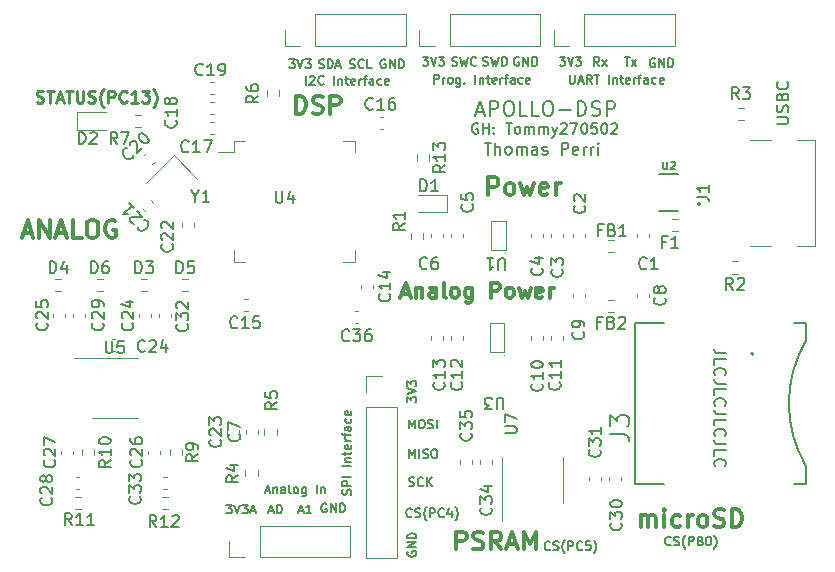
<source format=gbr>
%TF.GenerationSoftware,KiCad,Pcbnew,(6.0.4)*%
%TF.CreationDate,2023-02-25T00:25:47+01:00*%
%TF.ProjectId,Apollo - DSP,41706f6c-6c6f-4202-9d20-4453502e6b69,rev?*%
%TF.SameCoordinates,Original*%
%TF.FileFunction,Legend,Top*%
%TF.FilePolarity,Positive*%
%FSLAX46Y46*%
G04 Gerber Fmt 4.6, Leading zero omitted, Abs format (unit mm)*
G04 Created by KiCad (PCBNEW (6.0.4)) date 2023-02-25 00:25:47*
%MOMM*%
%LPD*%
G01*
G04 APERTURE LIST*
%ADD10C,0.187500*%
%ADD11C,0.300000*%
%ADD12C,0.250000*%
%ADD13C,0.150000*%
%ADD14C,0.120000*%
%ADD15C,0.127000*%
%ADD16C,0.200000*%
G04 APERTURE END LIST*
D10*
X88925000Y-124171428D02*
X88889285Y-124242857D01*
X88889285Y-124350000D01*
X88925000Y-124457142D01*
X88996428Y-124528571D01*
X89067857Y-124564285D01*
X89210714Y-124600000D01*
X89317857Y-124600000D01*
X89460714Y-124564285D01*
X89532142Y-124528571D01*
X89603571Y-124457142D01*
X89639285Y-124350000D01*
X89639285Y-124278571D01*
X89603571Y-124171428D01*
X89567857Y-124135714D01*
X89317857Y-124135714D01*
X89317857Y-124278571D01*
X89639285Y-123814285D02*
X88889285Y-123814285D01*
X89639285Y-123385714D01*
X88889285Y-123385714D01*
X89639285Y-123028571D02*
X88889285Y-123028571D01*
X88889285Y-122850000D01*
X88925000Y-122742857D01*
X88996428Y-122671428D01*
X89067857Y-122635714D01*
X89210714Y-122600000D01*
X89317857Y-122600000D01*
X89460714Y-122635714D01*
X89532142Y-122671428D01*
X89603571Y-122742857D01*
X89639285Y-122850000D01*
X89639285Y-123028571D01*
X80300000Y-84639285D02*
X80300000Y-83889285D01*
X80621428Y-83960714D02*
X80657142Y-83925000D01*
X80728571Y-83889285D01*
X80907142Y-83889285D01*
X80978571Y-83925000D01*
X81014285Y-83960714D01*
X81050000Y-84032142D01*
X81050000Y-84103571D01*
X81014285Y-84210714D01*
X80585714Y-84639285D01*
X81050000Y-84639285D01*
X81800000Y-84567857D02*
X81764285Y-84603571D01*
X81657142Y-84639285D01*
X81585714Y-84639285D01*
X81478571Y-84603571D01*
X81407142Y-84532142D01*
X81371428Y-84460714D01*
X81335714Y-84317857D01*
X81335714Y-84210714D01*
X81371428Y-84067857D01*
X81407142Y-83996428D01*
X81478571Y-83925000D01*
X81585714Y-83889285D01*
X81657142Y-83889285D01*
X81764285Y-83925000D01*
X81800000Y-83960714D01*
X82692857Y-84639285D02*
X82692857Y-83889285D01*
X83050000Y-84139285D02*
X83050000Y-84639285D01*
X83050000Y-84210714D02*
X83085714Y-84175000D01*
X83157142Y-84139285D01*
X83264285Y-84139285D01*
X83335714Y-84175000D01*
X83371428Y-84246428D01*
X83371428Y-84639285D01*
X83621428Y-84139285D02*
X83907142Y-84139285D01*
X83728571Y-83889285D02*
X83728571Y-84532142D01*
X83764285Y-84603571D01*
X83835714Y-84639285D01*
X83907142Y-84639285D01*
X84442857Y-84603571D02*
X84371428Y-84639285D01*
X84228571Y-84639285D01*
X84157142Y-84603571D01*
X84121428Y-84532142D01*
X84121428Y-84246428D01*
X84157142Y-84175000D01*
X84228571Y-84139285D01*
X84371428Y-84139285D01*
X84442857Y-84175000D01*
X84478571Y-84246428D01*
X84478571Y-84317857D01*
X84121428Y-84389285D01*
X84800000Y-84639285D02*
X84800000Y-84139285D01*
X84800000Y-84282142D02*
X84835714Y-84210714D01*
X84871428Y-84175000D01*
X84942857Y-84139285D01*
X85014285Y-84139285D01*
X85157142Y-84139285D02*
X85442857Y-84139285D01*
X85264285Y-84639285D02*
X85264285Y-83996428D01*
X85300000Y-83925000D01*
X85371428Y-83889285D01*
X85442857Y-83889285D01*
X86014285Y-84639285D02*
X86014285Y-84246428D01*
X85978571Y-84175000D01*
X85907142Y-84139285D01*
X85764285Y-84139285D01*
X85692857Y-84175000D01*
X86014285Y-84603571D02*
X85942857Y-84639285D01*
X85764285Y-84639285D01*
X85692857Y-84603571D01*
X85657142Y-84532142D01*
X85657142Y-84460714D01*
X85692857Y-84389285D01*
X85764285Y-84353571D01*
X85942857Y-84353571D01*
X86014285Y-84317857D01*
X86692857Y-84603571D02*
X86621428Y-84639285D01*
X86478571Y-84639285D01*
X86407142Y-84603571D01*
X86371428Y-84567857D01*
X86335714Y-84496428D01*
X86335714Y-84282142D01*
X86371428Y-84210714D01*
X86407142Y-84175000D01*
X86478571Y-84139285D01*
X86621428Y-84139285D01*
X86692857Y-84175000D01*
X87300000Y-84603571D02*
X87228571Y-84639285D01*
X87085714Y-84639285D01*
X87014285Y-84603571D01*
X86978571Y-84532142D01*
X86978571Y-84246428D01*
X87014285Y-84175000D01*
X87085714Y-84139285D01*
X87228571Y-84139285D01*
X87300000Y-84175000D01*
X87335714Y-84246428D01*
X87335714Y-84317857D01*
X86978571Y-84389285D01*
X78871428Y-82489285D02*
X79335714Y-82489285D01*
X79085714Y-82775000D01*
X79192857Y-82775000D01*
X79264285Y-82810714D01*
X79300000Y-82846428D01*
X79335714Y-82917857D01*
X79335714Y-83096428D01*
X79300000Y-83167857D01*
X79264285Y-83203571D01*
X79192857Y-83239285D01*
X78978571Y-83239285D01*
X78907142Y-83203571D01*
X78871428Y-83167857D01*
X79550000Y-82489285D02*
X79800000Y-83239285D01*
X80050000Y-82489285D01*
X80228571Y-82489285D02*
X80692857Y-82489285D01*
X80442857Y-82775000D01*
X80550000Y-82775000D01*
X80621428Y-82810714D01*
X80657142Y-82846428D01*
X80692857Y-82917857D01*
X80692857Y-83096428D01*
X80657142Y-83167857D01*
X80621428Y-83203571D01*
X80550000Y-83239285D01*
X80335714Y-83239285D01*
X80264285Y-83203571D01*
X80228571Y-83167857D01*
D11*
X93042857Y-123978571D02*
X93042857Y-122478571D01*
X93614285Y-122478571D01*
X93757142Y-122550000D01*
X93828571Y-122621428D01*
X93900000Y-122764285D01*
X93900000Y-122978571D01*
X93828571Y-123121428D01*
X93757142Y-123192857D01*
X93614285Y-123264285D01*
X93042857Y-123264285D01*
X94471428Y-123907142D02*
X94685714Y-123978571D01*
X95042857Y-123978571D01*
X95185714Y-123907142D01*
X95257142Y-123835714D01*
X95328571Y-123692857D01*
X95328571Y-123550000D01*
X95257142Y-123407142D01*
X95185714Y-123335714D01*
X95042857Y-123264285D01*
X94757142Y-123192857D01*
X94614285Y-123121428D01*
X94542857Y-123050000D01*
X94471428Y-122907142D01*
X94471428Y-122764285D01*
X94542857Y-122621428D01*
X94614285Y-122550000D01*
X94757142Y-122478571D01*
X95114285Y-122478571D01*
X95328571Y-122550000D01*
X96828571Y-123978571D02*
X96328571Y-123264285D01*
X95971428Y-123978571D02*
X95971428Y-122478571D01*
X96542857Y-122478571D01*
X96685714Y-122550000D01*
X96757142Y-122621428D01*
X96828571Y-122764285D01*
X96828571Y-122978571D01*
X96757142Y-123121428D01*
X96685714Y-123192857D01*
X96542857Y-123264285D01*
X95971428Y-123264285D01*
X97400000Y-123550000D02*
X98114285Y-123550000D01*
X97257142Y-123978571D02*
X97757142Y-122478571D01*
X98257142Y-123978571D01*
X98757142Y-123978571D02*
X98757142Y-122478571D01*
X99257142Y-123550000D01*
X99757142Y-122478571D01*
X99757142Y-123978571D01*
D10*
X89035714Y-118603571D02*
X89142857Y-118639285D01*
X89321428Y-118639285D01*
X89392857Y-118603571D01*
X89428571Y-118567857D01*
X89464285Y-118496428D01*
X89464285Y-118425000D01*
X89428571Y-118353571D01*
X89392857Y-118317857D01*
X89321428Y-118282142D01*
X89178571Y-118246428D01*
X89107142Y-118210714D01*
X89071428Y-118175000D01*
X89035714Y-118103571D01*
X89035714Y-118032142D01*
X89071428Y-117960714D01*
X89107142Y-117925000D01*
X89178571Y-117889285D01*
X89357142Y-117889285D01*
X89464285Y-117925000D01*
X90214285Y-118567857D02*
X90178571Y-118603571D01*
X90071428Y-118639285D01*
X90000000Y-118639285D01*
X89892857Y-118603571D01*
X89821428Y-118532142D01*
X89785714Y-118460714D01*
X89750000Y-118317857D01*
X89750000Y-118210714D01*
X89785714Y-118067857D01*
X89821428Y-117996428D01*
X89892857Y-117925000D01*
X90000000Y-117889285D01*
X90071428Y-117889285D01*
X90178571Y-117925000D01*
X90214285Y-117960714D01*
X90535714Y-118639285D02*
X90535714Y-117889285D01*
X90964285Y-118639285D02*
X90642857Y-118210714D01*
X90964285Y-117889285D02*
X90535714Y-118317857D01*
X107282142Y-82289285D02*
X107710714Y-82289285D01*
X107496428Y-83039285D02*
X107496428Y-82289285D01*
X107889285Y-83039285D02*
X108282142Y-82539285D01*
X107889285Y-82539285D02*
X108282142Y-83039285D01*
D11*
X108650000Y-122078571D02*
X108650000Y-121078571D01*
X108650000Y-121221428D02*
X108721428Y-121150000D01*
X108864285Y-121078571D01*
X109078571Y-121078571D01*
X109221428Y-121150000D01*
X109292857Y-121292857D01*
X109292857Y-122078571D01*
X109292857Y-121292857D02*
X109364285Y-121150000D01*
X109507142Y-121078571D01*
X109721428Y-121078571D01*
X109864285Y-121150000D01*
X109935714Y-121292857D01*
X109935714Y-122078571D01*
X110650000Y-122078571D02*
X110650000Y-121078571D01*
X110650000Y-120578571D02*
X110578571Y-120650000D01*
X110650000Y-120721428D01*
X110721428Y-120650000D01*
X110650000Y-120578571D01*
X110650000Y-120721428D01*
X112007142Y-122007142D02*
X111864285Y-122078571D01*
X111578571Y-122078571D01*
X111435714Y-122007142D01*
X111364285Y-121935714D01*
X111292857Y-121792857D01*
X111292857Y-121364285D01*
X111364285Y-121221428D01*
X111435714Y-121150000D01*
X111578571Y-121078571D01*
X111864285Y-121078571D01*
X112007142Y-121150000D01*
X112650000Y-122078571D02*
X112650000Y-121078571D01*
X112650000Y-121364285D02*
X112721428Y-121221428D01*
X112792857Y-121150000D01*
X112935714Y-121078571D01*
X113078571Y-121078571D01*
X113792857Y-122078571D02*
X113650000Y-122007142D01*
X113578571Y-121935714D01*
X113507142Y-121792857D01*
X113507142Y-121364285D01*
X113578571Y-121221428D01*
X113650000Y-121150000D01*
X113792857Y-121078571D01*
X114007142Y-121078571D01*
X114150000Y-121150000D01*
X114221428Y-121221428D01*
X114292857Y-121364285D01*
X114292857Y-121792857D01*
X114221428Y-121935714D01*
X114150000Y-122007142D01*
X114007142Y-122078571D01*
X113792857Y-122078571D01*
X114864285Y-122007142D02*
X115078571Y-122078571D01*
X115435714Y-122078571D01*
X115578571Y-122007142D01*
X115650000Y-121935714D01*
X115721428Y-121792857D01*
X115721428Y-121650000D01*
X115650000Y-121507142D01*
X115578571Y-121435714D01*
X115435714Y-121364285D01*
X115150000Y-121292857D01*
X115007142Y-121221428D01*
X114935714Y-121150000D01*
X114864285Y-121007142D01*
X114864285Y-120864285D01*
X114935714Y-120721428D01*
X115007142Y-120650000D01*
X115150000Y-120578571D01*
X115507142Y-120578571D01*
X115721428Y-120650000D01*
X116364285Y-122078571D02*
X116364285Y-120578571D01*
X116721428Y-120578571D01*
X116935714Y-120650000D01*
X117078571Y-120792857D01*
X117150000Y-120935714D01*
X117221428Y-121221428D01*
X117221428Y-121435714D01*
X117150000Y-121721428D01*
X117078571Y-121864285D01*
X116935714Y-122007142D01*
X116721428Y-122078571D01*
X116364285Y-122078571D01*
D10*
X102635714Y-83789285D02*
X102635714Y-84396428D01*
X102671428Y-84467857D01*
X102707142Y-84503571D01*
X102778571Y-84539285D01*
X102921428Y-84539285D01*
X102992857Y-84503571D01*
X103028571Y-84467857D01*
X103064285Y-84396428D01*
X103064285Y-83789285D01*
X103385714Y-84325000D02*
X103742857Y-84325000D01*
X103314285Y-84539285D02*
X103564285Y-83789285D01*
X103814285Y-84539285D01*
X104492857Y-84539285D02*
X104242857Y-84182142D01*
X104064285Y-84539285D02*
X104064285Y-83789285D01*
X104350000Y-83789285D01*
X104421428Y-83825000D01*
X104457142Y-83860714D01*
X104492857Y-83932142D01*
X104492857Y-84039285D01*
X104457142Y-84110714D01*
X104421428Y-84146428D01*
X104350000Y-84182142D01*
X104064285Y-84182142D01*
X104707142Y-83789285D02*
X105135714Y-83789285D01*
X104921428Y-84539285D02*
X104921428Y-83789285D01*
X105957142Y-84539285D02*
X105957142Y-83789285D01*
X106314285Y-84039285D02*
X106314285Y-84539285D01*
X106314285Y-84110714D02*
X106350000Y-84075000D01*
X106421428Y-84039285D01*
X106528571Y-84039285D01*
X106600000Y-84075000D01*
X106635714Y-84146428D01*
X106635714Y-84539285D01*
X106885714Y-84039285D02*
X107171428Y-84039285D01*
X106992857Y-83789285D02*
X106992857Y-84432142D01*
X107028571Y-84503571D01*
X107100000Y-84539285D01*
X107171428Y-84539285D01*
X107707142Y-84503571D02*
X107635714Y-84539285D01*
X107492857Y-84539285D01*
X107421428Y-84503571D01*
X107385714Y-84432142D01*
X107385714Y-84146428D01*
X107421428Y-84075000D01*
X107492857Y-84039285D01*
X107635714Y-84039285D01*
X107707142Y-84075000D01*
X107742857Y-84146428D01*
X107742857Y-84217857D01*
X107385714Y-84289285D01*
X108064285Y-84539285D02*
X108064285Y-84039285D01*
X108064285Y-84182142D02*
X108100000Y-84110714D01*
X108135714Y-84075000D01*
X108207142Y-84039285D01*
X108278571Y-84039285D01*
X108421428Y-84039285D02*
X108707142Y-84039285D01*
X108528571Y-84539285D02*
X108528571Y-83896428D01*
X108564285Y-83825000D01*
X108635714Y-83789285D01*
X108707142Y-83789285D01*
X109278571Y-84539285D02*
X109278571Y-84146428D01*
X109242857Y-84075000D01*
X109171428Y-84039285D01*
X109028571Y-84039285D01*
X108957142Y-84075000D01*
X109278571Y-84503571D02*
X109207142Y-84539285D01*
X109028571Y-84539285D01*
X108957142Y-84503571D01*
X108921428Y-84432142D01*
X108921428Y-84360714D01*
X108957142Y-84289285D01*
X109028571Y-84253571D01*
X109207142Y-84253571D01*
X109278571Y-84217857D01*
X109957142Y-84503571D02*
X109885714Y-84539285D01*
X109742857Y-84539285D01*
X109671428Y-84503571D01*
X109635714Y-84467857D01*
X109599999Y-84396428D01*
X109599999Y-84182142D01*
X109635714Y-84110714D01*
X109671428Y-84075000D01*
X109742857Y-84039285D01*
X109885714Y-84039285D01*
X109957142Y-84075000D01*
X110564285Y-84503571D02*
X110492857Y-84539285D01*
X110349999Y-84539285D01*
X110278571Y-84503571D01*
X110242857Y-84432142D01*
X110242857Y-84146428D01*
X110278571Y-84075000D01*
X110349999Y-84039285D01*
X110492857Y-84039285D01*
X110564285Y-84075000D01*
X110599999Y-84146428D01*
X110599999Y-84217857D01*
X110242857Y-84289285D01*
X87028571Y-82525000D02*
X86957142Y-82489285D01*
X86850000Y-82489285D01*
X86742857Y-82525000D01*
X86671428Y-82596428D01*
X86635714Y-82667857D01*
X86600000Y-82810714D01*
X86600000Y-82917857D01*
X86635714Y-83060714D01*
X86671428Y-83132142D01*
X86742857Y-83203571D01*
X86850000Y-83239285D01*
X86921428Y-83239285D01*
X87028571Y-83203571D01*
X87064285Y-83167857D01*
X87064285Y-82917857D01*
X86921428Y-82917857D01*
X87385714Y-83239285D02*
X87385714Y-82489285D01*
X87814285Y-83239285D01*
X87814285Y-82489285D01*
X88171428Y-83239285D02*
X88171428Y-82489285D01*
X88350000Y-82489285D01*
X88457142Y-82525000D01*
X88528571Y-82596428D01*
X88564285Y-82667857D01*
X88600000Y-82810714D01*
X88600000Y-82917857D01*
X88564285Y-83060714D01*
X88528571Y-83132142D01*
X88457142Y-83203571D01*
X88350000Y-83239285D01*
X88171428Y-83239285D01*
X76864285Y-119025000D02*
X77221428Y-119025000D01*
X76792857Y-119239285D02*
X77042857Y-118489285D01*
X77292857Y-119239285D01*
X77542857Y-118739285D02*
X77542857Y-119239285D01*
X77542857Y-118810714D02*
X77578571Y-118775000D01*
X77650000Y-118739285D01*
X77757142Y-118739285D01*
X77828571Y-118775000D01*
X77864285Y-118846428D01*
X77864285Y-119239285D01*
X78542857Y-119239285D02*
X78542857Y-118846428D01*
X78507142Y-118775000D01*
X78435714Y-118739285D01*
X78292857Y-118739285D01*
X78221428Y-118775000D01*
X78542857Y-119203571D02*
X78471428Y-119239285D01*
X78292857Y-119239285D01*
X78221428Y-119203571D01*
X78185714Y-119132142D01*
X78185714Y-119060714D01*
X78221428Y-118989285D01*
X78292857Y-118953571D01*
X78471428Y-118953571D01*
X78542857Y-118917857D01*
X79007142Y-119239285D02*
X78935714Y-119203571D01*
X78900000Y-119132142D01*
X78900000Y-118489285D01*
X79400000Y-119239285D02*
X79328571Y-119203571D01*
X79292857Y-119167857D01*
X79257142Y-119096428D01*
X79257142Y-118882142D01*
X79292857Y-118810714D01*
X79328571Y-118775000D01*
X79400000Y-118739285D01*
X79507142Y-118739285D01*
X79578571Y-118775000D01*
X79614285Y-118810714D01*
X79650000Y-118882142D01*
X79650000Y-119096428D01*
X79614285Y-119167857D01*
X79578571Y-119203571D01*
X79507142Y-119239285D01*
X79400000Y-119239285D01*
X80292857Y-118739285D02*
X80292857Y-119346428D01*
X80257142Y-119417857D01*
X80221428Y-119453571D01*
X80150000Y-119489285D01*
X80042857Y-119489285D01*
X79971428Y-119453571D01*
X80292857Y-119203571D02*
X80221428Y-119239285D01*
X80078571Y-119239285D01*
X80007142Y-119203571D01*
X79971428Y-119167857D01*
X79935714Y-119096428D01*
X79935714Y-118882142D01*
X79971428Y-118810714D01*
X80007142Y-118775000D01*
X80078571Y-118739285D01*
X80221428Y-118739285D01*
X80292857Y-118775000D01*
X81221428Y-119239285D02*
X81221428Y-118489285D01*
X81578571Y-118739285D02*
X81578571Y-119239285D01*
X81578571Y-118810714D02*
X81614285Y-118775000D01*
X81685714Y-118739285D01*
X81792857Y-118739285D01*
X81864285Y-118775000D01*
X81900000Y-118846428D01*
X81900000Y-119239285D01*
X120152380Y-87961904D02*
X120961904Y-87961904D01*
X121057142Y-87914285D01*
X121104761Y-87866666D01*
X121152380Y-87771428D01*
X121152380Y-87580952D01*
X121104761Y-87485714D01*
X121057142Y-87438095D01*
X120961904Y-87390476D01*
X120152380Y-87390476D01*
X121104761Y-86961904D02*
X121152380Y-86819047D01*
X121152380Y-86580952D01*
X121104761Y-86485714D01*
X121057142Y-86438095D01*
X120961904Y-86390476D01*
X120866666Y-86390476D01*
X120771428Y-86438095D01*
X120723809Y-86485714D01*
X120676190Y-86580952D01*
X120628571Y-86771428D01*
X120580952Y-86866666D01*
X120533333Y-86914285D01*
X120438095Y-86961904D01*
X120342857Y-86961904D01*
X120247619Y-86914285D01*
X120200000Y-86866666D01*
X120152380Y-86771428D01*
X120152380Y-86533333D01*
X120200000Y-86390476D01*
X120628571Y-85628571D02*
X120676190Y-85485714D01*
X120723809Y-85438095D01*
X120819047Y-85390476D01*
X120961904Y-85390476D01*
X121057142Y-85438095D01*
X121104761Y-85485714D01*
X121152380Y-85580952D01*
X121152380Y-85961904D01*
X120152380Y-85961904D01*
X120152380Y-85628571D01*
X120200000Y-85533333D01*
X120247619Y-85485714D01*
X120342857Y-85438095D01*
X120438095Y-85438095D01*
X120533333Y-85485714D01*
X120580952Y-85533333D01*
X120628571Y-85628571D01*
X120628571Y-85961904D01*
X121057142Y-84390476D02*
X121104761Y-84438095D01*
X121152380Y-84580952D01*
X121152380Y-84676190D01*
X121104761Y-84819047D01*
X121009523Y-84914285D01*
X120914285Y-84961904D01*
X120723809Y-85009523D01*
X120580952Y-85009523D01*
X120390476Y-84961904D01*
X120295238Y-84914285D01*
X120200000Y-84819047D01*
X120152380Y-84676190D01*
X120152380Y-84580952D01*
X120200000Y-84438095D01*
X120247619Y-84390476D01*
X100967857Y-123967857D02*
X100932142Y-124003571D01*
X100825000Y-124039285D01*
X100753571Y-124039285D01*
X100646428Y-124003571D01*
X100575000Y-123932142D01*
X100539285Y-123860714D01*
X100503571Y-123717857D01*
X100503571Y-123610714D01*
X100539285Y-123467857D01*
X100575000Y-123396428D01*
X100646428Y-123325000D01*
X100753571Y-123289285D01*
X100825000Y-123289285D01*
X100932142Y-123325000D01*
X100967857Y-123360714D01*
X101253571Y-124003571D02*
X101360714Y-124039285D01*
X101539285Y-124039285D01*
X101610714Y-124003571D01*
X101646428Y-123967857D01*
X101682142Y-123896428D01*
X101682142Y-123825000D01*
X101646428Y-123753571D01*
X101610714Y-123717857D01*
X101539285Y-123682142D01*
X101396428Y-123646428D01*
X101325000Y-123610714D01*
X101289285Y-123575000D01*
X101253571Y-123503571D01*
X101253571Y-123432142D01*
X101289285Y-123360714D01*
X101325000Y-123325000D01*
X101396428Y-123289285D01*
X101575000Y-123289285D01*
X101682142Y-123325000D01*
X102217857Y-124325000D02*
X102182142Y-124289285D01*
X102110714Y-124182142D01*
X102075000Y-124110714D01*
X102039285Y-124003571D01*
X102003571Y-123825000D01*
X102003571Y-123682142D01*
X102039285Y-123503571D01*
X102075000Y-123396428D01*
X102110714Y-123325000D01*
X102182142Y-123217857D01*
X102217857Y-123182142D01*
X102503571Y-124039285D02*
X102503571Y-123289285D01*
X102789285Y-123289285D01*
X102860714Y-123325000D01*
X102896428Y-123360714D01*
X102932142Y-123432142D01*
X102932142Y-123539285D01*
X102896428Y-123610714D01*
X102860714Y-123646428D01*
X102789285Y-123682142D01*
X102503571Y-123682142D01*
X103682142Y-123967857D02*
X103646428Y-124003571D01*
X103539285Y-124039285D01*
X103467857Y-124039285D01*
X103360714Y-124003571D01*
X103289285Y-123932142D01*
X103253571Y-123860714D01*
X103217857Y-123717857D01*
X103217857Y-123610714D01*
X103253571Y-123467857D01*
X103289285Y-123396428D01*
X103360714Y-123325000D01*
X103467857Y-123289285D01*
X103539285Y-123289285D01*
X103646428Y-123325000D01*
X103682142Y-123360714D01*
X104360714Y-123289285D02*
X104003571Y-123289285D01*
X103967857Y-123646428D01*
X104003571Y-123610714D01*
X104075000Y-123575000D01*
X104253571Y-123575000D01*
X104325000Y-123610714D01*
X104360714Y-123646428D01*
X104396428Y-123717857D01*
X104396428Y-123896428D01*
X104360714Y-123967857D01*
X104325000Y-124003571D01*
X104253571Y-124039285D01*
X104075000Y-124039285D01*
X104003571Y-124003571D01*
X103967857Y-123967857D01*
X104646428Y-124325000D02*
X104682142Y-124289285D01*
X104753571Y-124182142D01*
X104789285Y-124110714D01*
X104825000Y-124003571D01*
X104860714Y-123825000D01*
X104860714Y-123682142D01*
X104825000Y-123503571D01*
X104789285Y-123396428D01*
X104753571Y-123325000D01*
X104682142Y-123217857D01*
X104646428Y-123182142D01*
D12*
X57504761Y-86104761D02*
X57647619Y-86152380D01*
X57885714Y-86152380D01*
X57980952Y-86104761D01*
X58028571Y-86057142D01*
X58076190Y-85961904D01*
X58076190Y-85866666D01*
X58028571Y-85771428D01*
X57980952Y-85723809D01*
X57885714Y-85676190D01*
X57695238Y-85628571D01*
X57600000Y-85580952D01*
X57552380Y-85533333D01*
X57504761Y-85438095D01*
X57504761Y-85342857D01*
X57552380Y-85247619D01*
X57600000Y-85200000D01*
X57695238Y-85152380D01*
X57933333Y-85152380D01*
X58076190Y-85200000D01*
X58361904Y-85152380D02*
X58933333Y-85152380D01*
X58647619Y-86152380D02*
X58647619Y-85152380D01*
X59219047Y-85866666D02*
X59695238Y-85866666D01*
X59123809Y-86152380D02*
X59457142Y-85152380D01*
X59790476Y-86152380D01*
X59980952Y-85152380D02*
X60552380Y-85152380D01*
X60266666Y-86152380D02*
X60266666Y-85152380D01*
X60885714Y-85152380D02*
X60885714Y-85961904D01*
X60933333Y-86057142D01*
X60980952Y-86104761D01*
X61076190Y-86152380D01*
X61266666Y-86152380D01*
X61361904Y-86104761D01*
X61409523Y-86057142D01*
X61457142Y-85961904D01*
X61457142Y-85152380D01*
X61885714Y-86104761D02*
X62028571Y-86152380D01*
X62266666Y-86152380D01*
X62361904Y-86104761D01*
X62409523Y-86057142D01*
X62457142Y-85961904D01*
X62457142Y-85866666D01*
X62409523Y-85771428D01*
X62361904Y-85723809D01*
X62266666Y-85676190D01*
X62076190Y-85628571D01*
X61980952Y-85580952D01*
X61933333Y-85533333D01*
X61885714Y-85438095D01*
X61885714Y-85342857D01*
X61933333Y-85247619D01*
X61980952Y-85200000D01*
X62076190Y-85152380D01*
X62314285Y-85152380D01*
X62457142Y-85200000D01*
X63171428Y-86533333D02*
X63123809Y-86485714D01*
X63028571Y-86342857D01*
X62980952Y-86247619D01*
X62933333Y-86104761D01*
X62885714Y-85866666D01*
X62885714Y-85676190D01*
X62933333Y-85438095D01*
X62980952Y-85295238D01*
X63028571Y-85200000D01*
X63123809Y-85057142D01*
X63171428Y-85009523D01*
X63552380Y-86152380D02*
X63552380Y-85152380D01*
X63933333Y-85152380D01*
X64028571Y-85200000D01*
X64076190Y-85247619D01*
X64123809Y-85342857D01*
X64123809Y-85485714D01*
X64076190Y-85580952D01*
X64028571Y-85628571D01*
X63933333Y-85676190D01*
X63552380Y-85676190D01*
X65123809Y-86057142D02*
X65076190Y-86104761D01*
X64933333Y-86152380D01*
X64838095Y-86152380D01*
X64695238Y-86104761D01*
X64600000Y-86009523D01*
X64552380Y-85914285D01*
X64504761Y-85723809D01*
X64504761Y-85580952D01*
X64552380Y-85390476D01*
X64600000Y-85295238D01*
X64695238Y-85200000D01*
X64838095Y-85152380D01*
X64933333Y-85152380D01*
X65076190Y-85200000D01*
X65123809Y-85247619D01*
X66076190Y-86152380D02*
X65504761Y-86152380D01*
X65790476Y-86152380D02*
X65790476Y-85152380D01*
X65695238Y-85295238D01*
X65600000Y-85390476D01*
X65504761Y-85438095D01*
X66409523Y-85152380D02*
X67028571Y-85152380D01*
X66695238Y-85533333D01*
X66838095Y-85533333D01*
X66933333Y-85580952D01*
X66980952Y-85628571D01*
X67028571Y-85723809D01*
X67028571Y-85961904D01*
X66980952Y-86057142D01*
X66933333Y-86104761D01*
X66838095Y-86152380D01*
X66552380Y-86152380D01*
X66457142Y-86104761D01*
X66409523Y-86057142D01*
X67361904Y-86533333D02*
X67409523Y-86485714D01*
X67504761Y-86342857D01*
X67552380Y-86247619D01*
X67600000Y-86104761D01*
X67647619Y-85866666D01*
X67647619Y-85676190D01*
X67600000Y-85438095D01*
X67552380Y-85295238D01*
X67504761Y-85200000D01*
X67409523Y-85057142D01*
X67361904Y-85009523D01*
D10*
X92682142Y-83003571D02*
X92789285Y-83039285D01*
X92967857Y-83039285D01*
X93039285Y-83003571D01*
X93075000Y-82967857D01*
X93110714Y-82896428D01*
X93110714Y-82825000D01*
X93075000Y-82753571D01*
X93039285Y-82717857D01*
X92967857Y-82682142D01*
X92825000Y-82646428D01*
X92753571Y-82610714D01*
X92717857Y-82575000D01*
X92682142Y-82503571D01*
X92682142Y-82432142D01*
X92717857Y-82360714D01*
X92753571Y-82325000D01*
X92825000Y-82289285D01*
X93003571Y-82289285D01*
X93110714Y-82325000D01*
X93360714Y-82289285D02*
X93539285Y-83039285D01*
X93682142Y-82503571D01*
X93825000Y-83039285D01*
X94003571Y-82289285D01*
X94717857Y-82967857D02*
X94682142Y-83003571D01*
X94575000Y-83039285D01*
X94503571Y-83039285D01*
X94396428Y-83003571D01*
X94325000Y-82932142D01*
X94289285Y-82860714D01*
X94253571Y-82717857D01*
X94253571Y-82610714D01*
X94289285Y-82467857D01*
X94325000Y-82396428D01*
X94396428Y-82325000D01*
X94503571Y-82289285D01*
X94575000Y-82289285D01*
X94682142Y-82325000D01*
X94717857Y-82360714D01*
D11*
X95735714Y-93978571D02*
X95735714Y-92478571D01*
X96307142Y-92478571D01*
X96450000Y-92550000D01*
X96521428Y-92621428D01*
X96592857Y-92764285D01*
X96592857Y-92978571D01*
X96521428Y-93121428D01*
X96450000Y-93192857D01*
X96307142Y-93264285D01*
X95735714Y-93264285D01*
X97450000Y-93978571D02*
X97307142Y-93907142D01*
X97235714Y-93835714D01*
X97164285Y-93692857D01*
X97164285Y-93264285D01*
X97235714Y-93121428D01*
X97307142Y-93050000D01*
X97450000Y-92978571D01*
X97664285Y-92978571D01*
X97807142Y-93050000D01*
X97878571Y-93121428D01*
X97950000Y-93264285D01*
X97950000Y-93692857D01*
X97878571Y-93835714D01*
X97807142Y-93907142D01*
X97664285Y-93978571D01*
X97450000Y-93978571D01*
X98450000Y-92978571D02*
X98735714Y-93978571D01*
X99021428Y-93264285D01*
X99307142Y-93978571D01*
X99592857Y-92978571D01*
X100735714Y-93907142D02*
X100592857Y-93978571D01*
X100307142Y-93978571D01*
X100164285Y-93907142D01*
X100092857Y-93764285D01*
X100092857Y-93192857D01*
X100164285Y-93050000D01*
X100307142Y-92978571D01*
X100592857Y-92978571D01*
X100735714Y-93050000D01*
X100807142Y-93192857D01*
X100807142Y-93335714D01*
X100092857Y-93478571D01*
X101450000Y-93978571D02*
X101450000Y-92978571D01*
X101450000Y-93264285D02*
X101521428Y-93121428D01*
X101592857Y-93050000D01*
X101735714Y-92978571D01*
X101878571Y-92978571D01*
D10*
X109828571Y-82425000D02*
X109757142Y-82389285D01*
X109650000Y-82389285D01*
X109542857Y-82425000D01*
X109471428Y-82496428D01*
X109435714Y-82567857D01*
X109400000Y-82710714D01*
X109400000Y-82817857D01*
X109435714Y-82960714D01*
X109471428Y-83032142D01*
X109542857Y-83103571D01*
X109650000Y-83139285D01*
X109721428Y-83139285D01*
X109828571Y-83103571D01*
X109864285Y-83067857D01*
X109864285Y-82817857D01*
X109721428Y-82817857D01*
X110185714Y-83139285D02*
X110185714Y-82389285D01*
X110614285Y-83139285D01*
X110614285Y-82389285D01*
X110971428Y-83139285D02*
X110971428Y-82389285D01*
X111150000Y-82389285D01*
X111257142Y-82425000D01*
X111328571Y-82496428D01*
X111364285Y-82567857D01*
X111400000Y-82710714D01*
X111400000Y-82817857D01*
X111364285Y-82960714D01*
X111328571Y-83032142D01*
X111257142Y-83103571D01*
X111150000Y-83139285D01*
X110971428Y-83139285D01*
D13*
X94842857Y-87950000D02*
X94757142Y-87907142D01*
X94628571Y-87907142D01*
X94500000Y-87950000D01*
X94414285Y-88035714D01*
X94371428Y-88121428D01*
X94328571Y-88292857D01*
X94328571Y-88421428D01*
X94371428Y-88592857D01*
X94414285Y-88678571D01*
X94500000Y-88764285D01*
X94628571Y-88807142D01*
X94714285Y-88807142D01*
X94842857Y-88764285D01*
X94885714Y-88721428D01*
X94885714Y-88421428D01*
X94714285Y-88421428D01*
X95271428Y-88807142D02*
X95271428Y-87907142D01*
X95271428Y-88335714D02*
X95785714Y-88335714D01*
X95785714Y-88807142D02*
X95785714Y-87907142D01*
X96214285Y-88721428D02*
X96257142Y-88764285D01*
X96214285Y-88807142D01*
X96171428Y-88764285D01*
X96214285Y-88721428D01*
X96214285Y-88807142D01*
X96214285Y-88250000D02*
X96257142Y-88292857D01*
X96214285Y-88335714D01*
X96171428Y-88292857D01*
X96214285Y-88250000D01*
X96214285Y-88335714D01*
X97200000Y-87907142D02*
X97714285Y-87907142D01*
X97457142Y-88807142D02*
X97457142Y-87907142D01*
X98142857Y-88807142D02*
X98057142Y-88764285D01*
X98014285Y-88721428D01*
X97971428Y-88635714D01*
X97971428Y-88378571D01*
X98014285Y-88292857D01*
X98057142Y-88250000D01*
X98142857Y-88207142D01*
X98271428Y-88207142D01*
X98357142Y-88250000D01*
X98400000Y-88292857D01*
X98442857Y-88378571D01*
X98442857Y-88635714D01*
X98400000Y-88721428D01*
X98357142Y-88764285D01*
X98271428Y-88807142D01*
X98142857Y-88807142D01*
X98828571Y-88807142D02*
X98828571Y-88207142D01*
X98828571Y-88292857D02*
X98871428Y-88250000D01*
X98957142Y-88207142D01*
X99085714Y-88207142D01*
X99171428Y-88250000D01*
X99214285Y-88335714D01*
X99214285Y-88807142D01*
X99214285Y-88335714D02*
X99257142Y-88250000D01*
X99342857Y-88207142D01*
X99471428Y-88207142D01*
X99557142Y-88250000D01*
X99600000Y-88335714D01*
X99600000Y-88807142D01*
X100028571Y-88807142D02*
X100028571Y-88207142D01*
X100028571Y-88292857D02*
X100071428Y-88250000D01*
X100157142Y-88207142D01*
X100285714Y-88207142D01*
X100371428Y-88250000D01*
X100414285Y-88335714D01*
X100414285Y-88807142D01*
X100414285Y-88335714D02*
X100457142Y-88250000D01*
X100542857Y-88207142D01*
X100671428Y-88207142D01*
X100757142Y-88250000D01*
X100800000Y-88335714D01*
X100800000Y-88807142D01*
X101142857Y-88207142D02*
X101357142Y-88807142D01*
X101571428Y-88207142D02*
X101357142Y-88807142D01*
X101271428Y-89021428D01*
X101228571Y-89064285D01*
X101142857Y-89107142D01*
X101871428Y-87992857D02*
X101914285Y-87950000D01*
X102000000Y-87907142D01*
X102214285Y-87907142D01*
X102300000Y-87950000D01*
X102342857Y-87992857D01*
X102385714Y-88078571D01*
X102385714Y-88164285D01*
X102342857Y-88292857D01*
X101828571Y-88807142D01*
X102385714Y-88807142D01*
X102685714Y-87907142D02*
X103285714Y-87907142D01*
X102900000Y-88807142D01*
X103800000Y-87907142D02*
X103885714Y-87907142D01*
X103971428Y-87950000D01*
X104014285Y-87992857D01*
X104057142Y-88078571D01*
X104100000Y-88250000D01*
X104100000Y-88464285D01*
X104057142Y-88635714D01*
X104014285Y-88721428D01*
X103971428Y-88764285D01*
X103885714Y-88807142D01*
X103800000Y-88807142D01*
X103714285Y-88764285D01*
X103671428Y-88721428D01*
X103628571Y-88635714D01*
X103585714Y-88464285D01*
X103585714Y-88250000D01*
X103628571Y-88078571D01*
X103671428Y-87992857D01*
X103714285Y-87950000D01*
X103800000Y-87907142D01*
X104914285Y-87907142D02*
X104485714Y-87907142D01*
X104442857Y-88335714D01*
X104485714Y-88292857D01*
X104571428Y-88250000D01*
X104785714Y-88250000D01*
X104871428Y-88292857D01*
X104914285Y-88335714D01*
X104957142Y-88421428D01*
X104957142Y-88635714D01*
X104914285Y-88721428D01*
X104871428Y-88764285D01*
X104785714Y-88807142D01*
X104571428Y-88807142D01*
X104485714Y-88764285D01*
X104442857Y-88721428D01*
X105514285Y-87907142D02*
X105599999Y-87907142D01*
X105685714Y-87950000D01*
X105728571Y-87992857D01*
X105771428Y-88078571D01*
X105814285Y-88250000D01*
X105814285Y-88464285D01*
X105771428Y-88635714D01*
X105728571Y-88721428D01*
X105685714Y-88764285D01*
X105599999Y-88807142D01*
X105514285Y-88807142D01*
X105428571Y-88764285D01*
X105385714Y-88721428D01*
X105342857Y-88635714D01*
X105299999Y-88464285D01*
X105299999Y-88250000D01*
X105342857Y-88078571D01*
X105385714Y-87992857D01*
X105428571Y-87950000D01*
X105514285Y-87907142D01*
X106157142Y-87992857D02*
X106199999Y-87950000D01*
X106285714Y-87907142D01*
X106499999Y-87907142D01*
X106585714Y-87950000D01*
X106628571Y-87992857D01*
X106671428Y-88078571D01*
X106671428Y-88164285D01*
X106628571Y-88292857D01*
X106114285Y-88807142D01*
X106671428Y-88807142D01*
X94736904Y-86908333D02*
X95332142Y-86908333D01*
X94617857Y-87265476D02*
X95034523Y-86015476D01*
X95451190Y-87265476D01*
X95867857Y-87265476D02*
X95867857Y-86015476D01*
X96344047Y-86015476D01*
X96463095Y-86075000D01*
X96522619Y-86134523D01*
X96582142Y-86253571D01*
X96582142Y-86432142D01*
X96522619Y-86551190D01*
X96463095Y-86610714D01*
X96344047Y-86670238D01*
X95867857Y-86670238D01*
X97355952Y-86015476D02*
X97594047Y-86015476D01*
X97713095Y-86075000D01*
X97832142Y-86194047D01*
X97891666Y-86432142D01*
X97891666Y-86848809D01*
X97832142Y-87086904D01*
X97713095Y-87205952D01*
X97594047Y-87265476D01*
X97355952Y-87265476D01*
X97236904Y-87205952D01*
X97117857Y-87086904D01*
X97058333Y-86848809D01*
X97058333Y-86432142D01*
X97117857Y-86194047D01*
X97236904Y-86075000D01*
X97355952Y-86015476D01*
X99022619Y-87265476D02*
X98427380Y-87265476D01*
X98427380Y-86015476D01*
X100034523Y-87265476D02*
X99439285Y-87265476D01*
X99439285Y-86015476D01*
X100689285Y-86015476D02*
X100927380Y-86015476D01*
X101046428Y-86075000D01*
X101165476Y-86194047D01*
X101225000Y-86432142D01*
X101225000Y-86848809D01*
X101165476Y-87086904D01*
X101046428Y-87205952D01*
X100927380Y-87265476D01*
X100689285Y-87265476D01*
X100570238Y-87205952D01*
X100451190Y-87086904D01*
X100391666Y-86848809D01*
X100391666Y-86432142D01*
X100451190Y-86194047D01*
X100570238Y-86075000D01*
X100689285Y-86015476D01*
X101760714Y-86789285D02*
X102713095Y-86789285D01*
X103308333Y-87265476D02*
X103308333Y-86015476D01*
X103605952Y-86015476D01*
X103784523Y-86075000D01*
X103903571Y-86194047D01*
X103963095Y-86313095D01*
X104022619Y-86551190D01*
X104022619Y-86729761D01*
X103963095Y-86967857D01*
X103903571Y-87086904D01*
X103784523Y-87205952D01*
X103605952Y-87265476D01*
X103308333Y-87265476D01*
X104498809Y-87205952D02*
X104677380Y-87265476D01*
X104975000Y-87265476D01*
X105094047Y-87205952D01*
X105153571Y-87146428D01*
X105213095Y-87027380D01*
X105213095Y-86908333D01*
X105153571Y-86789285D01*
X105094047Y-86729761D01*
X104975000Y-86670238D01*
X104736904Y-86610714D01*
X104617857Y-86551190D01*
X104558333Y-86491666D01*
X104498809Y-86372619D01*
X104498809Y-86253571D01*
X104558333Y-86134523D01*
X104617857Y-86075000D01*
X104736904Y-86015476D01*
X105034523Y-86015476D01*
X105213095Y-86075000D01*
X105748809Y-87265476D02*
X105748809Y-86015476D01*
X106225000Y-86015476D01*
X106344047Y-86075000D01*
X106403571Y-86134523D01*
X106463095Y-86253571D01*
X106463095Y-86432142D01*
X106403571Y-86551190D01*
X106344047Y-86610714D01*
X106225000Y-86670238D01*
X105748809Y-86670238D01*
D10*
X90171428Y-82289285D02*
X90635714Y-82289285D01*
X90385714Y-82575000D01*
X90492857Y-82575000D01*
X90564285Y-82610714D01*
X90600000Y-82646428D01*
X90635714Y-82717857D01*
X90635714Y-82896428D01*
X90600000Y-82967857D01*
X90564285Y-83003571D01*
X90492857Y-83039285D01*
X90278571Y-83039285D01*
X90207142Y-83003571D01*
X90171428Y-82967857D01*
X90850000Y-82289285D02*
X91100000Y-83039285D01*
X91350000Y-82289285D01*
X91528571Y-82289285D02*
X91992857Y-82289285D01*
X91742857Y-82575000D01*
X91850000Y-82575000D01*
X91921428Y-82610714D01*
X91957142Y-82646428D01*
X91992857Y-82717857D01*
X91992857Y-82896428D01*
X91957142Y-82967857D01*
X91921428Y-83003571D01*
X91850000Y-83039285D01*
X91635714Y-83039285D01*
X91564285Y-83003571D01*
X91528571Y-82967857D01*
D13*
X115847619Y-107380952D02*
X115133333Y-107380952D01*
X114990476Y-107333333D01*
X114895238Y-107238095D01*
X114847619Y-107095238D01*
X114847619Y-107000000D01*
X114847619Y-108333333D02*
X114847619Y-107857142D01*
X115847619Y-107857142D01*
X114942857Y-109238095D02*
X114895238Y-109190476D01*
X114847619Y-109047619D01*
X114847619Y-108952380D01*
X114895238Y-108809523D01*
X114990476Y-108714285D01*
X115085714Y-108666666D01*
X115276190Y-108619047D01*
X115419047Y-108619047D01*
X115609523Y-108666666D01*
X115704761Y-108714285D01*
X115800000Y-108809523D01*
X115847619Y-108952380D01*
X115847619Y-109047619D01*
X115800000Y-109190476D01*
X115752380Y-109238095D01*
X115847619Y-109952380D02*
X115133333Y-109952380D01*
X114990476Y-109904761D01*
X114895238Y-109809523D01*
X114847619Y-109666666D01*
X114847619Y-109571428D01*
X114847619Y-110904761D02*
X114847619Y-110428571D01*
X115847619Y-110428571D01*
X114942857Y-111809523D02*
X114895238Y-111761904D01*
X114847619Y-111619047D01*
X114847619Y-111523809D01*
X114895238Y-111380952D01*
X114990476Y-111285714D01*
X115085714Y-111238095D01*
X115276190Y-111190476D01*
X115419047Y-111190476D01*
X115609523Y-111238095D01*
X115704761Y-111285714D01*
X115800000Y-111380952D01*
X115847619Y-111523809D01*
X115847619Y-111619047D01*
X115800000Y-111761904D01*
X115752380Y-111809523D01*
X115847619Y-112523809D02*
X115133333Y-112523809D01*
X114990476Y-112476190D01*
X114895238Y-112380952D01*
X114847619Y-112238095D01*
X114847619Y-112142857D01*
X114847619Y-113476190D02*
X114847619Y-113000000D01*
X115847619Y-113000000D01*
X114942857Y-114380952D02*
X114895238Y-114333333D01*
X114847619Y-114190476D01*
X114847619Y-114095238D01*
X114895238Y-113952380D01*
X114990476Y-113857142D01*
X115085714Y-113809523D01*
X115276190Y-113761904D01*
X115419047Y-113761904D01*
X115609523Y-113809523D01*
X115704761Y-113857142D01*
X115800000Y-113952380D01*
X115847619Y-114095238D01*
X115847619Y-114190476D01*
X115800000Y-114333333D01*
X115752380Y-114380952D01*
X115847619Y-115095238D02*
X115133333Y-115095238D01*
X114990476Y-115047619D01*
X114895238Y-114952380D01*
X114847619Y-114809523D01*
X114847619Y-114714285D01*
X114847619Y-116047619D02*
X114847619Y-115571428D01*
X115847619Y-115571428D01*
X114942857Y-116952380D02*
X114895238Y-116904761D01*
X114847619Y-116761904D01*
X114847619Y-116666666D01*
X114895238Y-116523809D01*
X114990476Y-116428571D01*
X115085714Y-116380952D01*
X115276190Y-116333333D01*
X115419047Y-116333333D01*
X115609523Y-116380952D01*
X115704761Y-116428571D01*
X115800000Y-116523809D01*
X115847619Y-116666666D01*
X115847619Y-116761904D01*
X115800000Y-116904761D01*
X115752380Y-116952380D01*
D10*
X89021428Y-113739285D02*
X89021428Y-112989285D01*
X89271428Y-113525000D01*
X89521428Y-112989285D01*
X89521428Y-113739285D01*
X90021428Y-112989285D02*
X90164285Y-112989285D01*
X90235714Y-113025000D01*
X90307142Y-113096428D01*
X90342857Y-113239285D01*
X90342857Y-113489285D01*
X90307142Y-113632142D01*
X90235714Y-113703571D01*
X90164285Y-113739285D01*
X90021428Y-113739285D01*
X89950000Y-113703571D01*
X89878571Y-113632142D01*
X89842857Y-113489285D01*
X89842857Y-113239285D01*
X89878571Y-113096428D01*
X89950000Y-113025000D01*
X90021428Y-112989285D01*
X90628571Y-113703571D02*
X90735714Y-113739285D01*
X90914285Y-113739285D01*
X90985714Y-113703571D01*
X91021428Y-113667857D01*
X91057142Y-113596428D01*
X91057142Y-113525000D01*
X91021428Y-113453571D01*
X90985714Y-113417857D01*
X90914285Y-113382142D01*
X90771428Y-113346428D01*
X90700000Y-113310714D01*
X90664285Y-113275000D01*
X90628571Y-113203571D01*
X90628571Y-113132142D01*
X90664285Y-113060714D01*
X90700000Y-113025000D01*
X90771428Y-112989285D01*
X90950000Y-112989285D01*
X91057142Y-113025000D01*
X91378571Y-113739285D02*
X91378571Y-112989285D01*
D13*
X95419047Y-89552380D02*
X95990476Y-89552380D01*
X95704761Y-90552380D02*
X95704761Y-89552380D01*
X96323809Y-90552380D02*
X96323809Y-89552380D01*
X96752380Y-90552380D02*
X96752380Y-90028571D01*
X96704761Y-89933333D01*
X96609523Y-89885714D01*
X96466666Y-89885714D01*
X96371428Y-89933333D01*
X96323809Y-89980952D01*
X97371428Y-90552380D02*
X97276190Y-90504761D01*
X97228571Y-90457142D01*
X97180952Y-90361904D01*
X97180952Y-90076190D01*
X97228571Y-89980952D01*
X97276190Y-89933333D01*
X97371428Y-89885714D01*
X97514285Y-89885714D01*
X97609523Y-89933333D01*
X97657142Y-89980952D01*
X97704761Y-90076190D01*
X97704761Y-90361904D01*
X97657142Y-90457142D01*
X97609523Y-90504761D01*
X97514285Y-90552380D01*
X97371428Y-90552380D01*
X98133333Y-90552380D02*
X98133333Y-89885714D01*
X98133333Y-89980952D02*
X98180952Y-89933333D01*
X98276190Y-89885714D01*
X98419047Y-89885714D01*
X98514285Y-89933333D01*
X98561904Y-90028571D01*
X98561904Y-90552380D01*
X98561904Y-90028571D02*
X98609523Y-89933333D01*
X98704761Y-89885714D01*
X98847619Y-89885714D01*
X98942857Y-89933333D01*
X98990476Y-90028571D01*
X98990476Y-90552380D01*
X99895238Y-90552380D02*
X99895238Y-90028571D01*
X99847619Y-89933333D01*
X99752380Y-89885714D01*
X99561904Y-89885714D01*
X99466666Y-89933333D01*
X99895238Y-90504761D02*
X99800000Y-90552380D01*
X99561904Y-90552380D01*
X99466666Y-90504761D01*
X99419047Y-90409523D01*
X99419047Y-90314285D01*
X99466666Y-90219047D01*
X99561904Y-90171428D01*
X99800000Y-90171428D01*
X99895238Y-90123809D01*
X100323809Y-90504761D02*
X100419047Y-90552380D01*
X100609523Y-90552380D01*
X100704761Y-90504761D01*
X100752380Y-90409523D01*
X100752380Y-90361904D01*
X100704761Y-90266666D01*
X100609523Y-90219047D01*
X100466666Y-90219047D01*
X100371428Y-90171428D01*
X100323809Y-90076190D01*
X100323809Y-90028571D01*
X100371428Y-89933333D01*
X100466666Y-89885714D01*
X100609523Y-89885714D01*
X100704761Y-89933333D01*
X101942857Y-90552380D02*
X101942857Y-89552380D01*
X102323809Y-89552380D01*
X102419047Y-89600000D01*
X102466666Y-89647619D01*
X102514285Y-89742857D01*
X102514285Y-89885714D01*
X102466666Y-89980952D01*
X102419047Y-90028571D01*
X102323809Y-90076190D01*
X101942857Y-90076190D01*
X103323809Y-90504761D02*
X103228571Y-90552380D01*
X103038095Y-90552380D01*
X102942857Y-90504761D01*
X102895238Y-90409523D01*
X102895238Y-90028571D01*
X102942857Y-89933333D01*
X103038095Y-89885714D01*
X103228571Y-89885714D01*
X103323809Y-89933333D01*
X103371428Y-90028571D01*
X103371428Y-90123809D01*
X102895238Y-90219047D01*
X103800000Y-90552380D02*
X103800000Y-89885714D01*
X103800000Y-90076190D02*
X103847619Y-89980952D01*
X103895238Y-89933333D01*
X103990476Y-89885714D01*
X104085714Y-89885714D01*
X104419047Y-90552380D02*
X104419047Y-89885714D01*
X104419047Y-90076190D02*
X104466666Y-89980952D01*
X104514285Y-89933333D01*
X104609523Y-89885714D01*
X104704761Y-89885714D01*
X105038095Y-90552380D02*
X105038095Y-89885714D01*
X105038095Y-89552380D02*
X104990476Y-89600000D01*
X105038095Y-89647619D01*
X105085714Y-89600000D01*
X105038095Y-89552380D01*
X105038095Y-89647619D01*
D11*
X88423809Y-102316666D02*
X89042857Y-102316666D01*
X88300000Y-102688095D02*
X88733333Y-101388095D01*
X89166666Y-102688095D01*
X89600000Y-101821428D02*
X89600000Y-102688095D01*
X89600000Y-101945238D02*
X89661904Y-101883333D01*
X89785714Y-101821428D01*
X89971428Y-101821428D01*
X90095238Y-101883333D01*
X90157142Y-102007142D01*
X90157142Y-102688095D01*
X91333333Y-102688095D02*
X91333333Y-102007142D01*
X91271428Y-101883333D01*
X91147619Y-101821428D01*
X90900000Y-101821428D01*
X90776190Y-101883333D01*
X91333333Y-102626190D02*
X91209523Y-102688095D01*
X90900000Y-102688095D01*
X90776190Y-102626190D01*
X90714285Y-102502380D01*
X90714285Y-102378571D01*
X90776190Y-102254761D01*
X90900000Y-102192857D01*
X91209523Y-102192857D01*
X91333333Y-102130952D01*
X92138095Y-102688095D02*
X92014285Y-102626190D01*
X91952380Y-102502380D01*
X91952380Y-101388095D01*
X92819047Y-102688095D02*
X92695238Y-102626190D01*
X92633333Y-102564285D01*
X92571428Y-102440476D01*
X92571428Y-102069047D01*
X92633333Y-101945238D01*
X92695238Y-101883333D01*
X92819047Y-101821428D01*
X93004761Y-101821428D01*
X93128571Y-101883333D01*
X93190476Y-101945238D01*
X93252380Y-102069047D01*
X93252380Y-102440476D01*
X93190476Y-102564285D01*
X93128571Y-102626190D01*
X93004761Y-102688095D01*
X92819047Y-102688095D01*
X94366666Y-101821428D02*
X94366666Y-102873809D01*
X94304761Y-102997619D01*
X94242857Y-103059523D01*
X94119047Y-103121428D01*
X93933333Y-103121428D01*
X93809523Y-103059523D01*
X94366666Y-102626190D02*
X94242857Y-102688095D01*
X93995238Y-102688095D01*
X93871428Y-102626190D01*
X93809523Y-102564285D01*
X93747619Y-102440476D01*
X93747619Y-102069047D01*
X93809523Y-101945238D01*
X93871428Y-101883333D01*
X93995238Y-101821428D01*
X94242857Y-101821428D01*
X94366666Y-101883333D01*
X95976190Y-102688095D02*
X95976190Y-101388095D01*
X96471428Y-101388095D01*
X96595238Y-101450000D01*
X96657142Y-101511904D01*
X96719047Y-101635714D01*
X96719047Y-101821428D01*
X96657142Y-101945238D01*
X96595238Y-102007142D01*
X96471428Y-102069047D01*
X95976190Y-102069047D01*
X97461904Y-102688095D02*
X97338095Y-102626190D01*
X97276190Y-102564285D01*
X97214285Y-102440476D01*
X97214285Y-102069047D01*
X97276190Y-101945238D01*
X97338095Y-101883333D01*
X97461904Y-101821428D01*
X97647619Y-101821428D01*
X97771428Y-101883333D01*
X97833333Y-101945238D01*
X97895238Y-102069047D01*
X97895238Y-102440476D01*
X97833333Y-102564285D01*
X97771428Y-102626190D01*
X97647619Y-102688095D01*
X97461904Y-102688095D01*
X98328571Y-101821428D02*
X98576190Y-102688095D01*
X98823809Y-102069047D01*
X99071428Y-102688095D01*
X99319047Y-101821428D01*
X100309523Y-102626190D02*
X100185714Y-102688095D01*
X99938095Y-102688095D01*
X99814285Y-102626190D01*
X99752380Y-102502380D01*
X99752380Y-102007142D01*
X99814285Y-101883333D01*
X99938095Y-101821428D01*
X100185714Y-101821428D01*
X100309523Y-101883333D01*
X100371428Y-102007142D01*
X100371428Y-102130952D01*
X99752380Y-102254761D01*
X100928571Y-102688095D02*
X100928571Y-101821428D01*
X100928571Y-102069047D02*
X100990476Y-101945238D01*
X101052380Y-101883333D01*
X101176190Y-101821428D01*
X101300000Y-101821428D01*
D10*
X82028571Y-120125000D02*
X81957142Y-120089285D01*
X81850000Y-120089285D01*
X81742857Y-120125000D01*
X81671428Y-120196428D01*
X81635714Y-120267857D01*
X81600000Y-120410714D01*
X81600000Y-120517857D01*
X81635714Y-120660714D01*
X81671428Y-120732142D01*
X81742857Y-120803571D01*
X81850000Y-120839285D01*
X81921428Y-120839285D01*
X82028571Y-120803571D01*
X82064285Y-120767857D01*
X82064285Y-120517857D01*
X81921428Y-120517857D01*
X82385714Y-120839285D02*
X82385714Y-120089285D01*
X82814285Y-120839285D01*
X82814285Y-120089285D01*
X83171428Y-120839285D02*
X83171428Y-120089285D01*
X83350000Y-120089285D01*
X83457142Y-120125000D01*
X83528571Y-120196428D01*
X83564285Y-120267857D01*
X83600000Y-120410714D01*
X83600000Y-120517857D01*
X83564285Y-120660714D01*
X83528571Y-120732142D01*
X83457142Y-120803571D01*
X83350000Y-120839285D01*
X83171428Y-120839285D01*
X101771428Y-82289285D02*
X102235714Y-82289285D01*
X101985714Y-82575000D01*
X102092857Y-82575000D01*
X102164285Y-82610714D01*
X102200000Y-82646428D01*
X102235714Y-82717857D01*
X102235714Y-82896428D01*
X102200000Y-82967857D01*
X102164285Y-83003571D01*
X102092857Y-83039285D01*
X101878571Y-83039285D01*
X101807142Y-83003571D01*
X101771428Y-82967857D01*
X102450000Y-82289285D02*
X102700000Y-83039285D01*
X102950000Y-82289285D01*
X103128571Y-82289285D02*
X103592857Y-82289285D01*
X103342857Y-82575000D01*
X103450000Y-82575000D01*
X103521428Y-82610714D01*
X103557142Y-82646428D01*
X103592857Y-82717857D01*
X103592857Y-82896428D01*
X103557142Y-82967857D01*
X103521428Y-83003571D01*
X103450000Y-83039285D01*
X103235714Y-83039285D01*
X103164285Y-83003571D01*
X103128571Y-82967857D01*
X84007142Y-83203571D02*
X84114285Y-83239285D01*
X84292857Y-83239285D01*
X84364285Y-83203571D01*
X84400000Y-83167857D01*
X84435714Y-83096428D01*
X84435714Y-83025000D01*
X84400000Y-82953571D01*
X84364285Y-82917857D01*
X84292857Y-82882142D01*
X84150000Y-82846428D01*
X84078571Y-82810714D01*
X84042857Y-82775000D01*
X84007142Y-82703571D01*
X84007142Y-82632142D01*
X84042857Y-82560714D01*
X84078571Y-82525000D01*
X84150000Y-82489285D01*
X84328571Y-82489285D01*
X84435714Y-82525000D01*
X85185714Y-83167857D02*
X85150000Y-83203571D01*
X85042857Y-83239285D01*
X84971428Y-83239285D01*
X84864285Y-83203571D01*
X84792857Y-83132142D01*
X84757142Y-83060714D01*
X84721428Y-82917857D01*
X84721428Y-82810714D01*
X84757142Y-82667857D01*
X84792857Y-82596428D01*
X84864285Y-82525000D01*
X84971428Y-82489285D01*
X85042857Y-82489285D01*
X85150000Y-82525000D01*
X85185714Y-82560714D01*
X85864285Y-83239285D02*
X85507142Y-83239285D01*
X85507142Y-82489285D01*
X84103571Y-119335714D02*
X84139285Y-119228571D01*
X84139285Y-119050000D01*
X84103571Y-118978571D01*
X84067857Y-118942857D01*
X83996428Y-118907142D01*
X83925000Y-118907142D01*
X83853571Y-118942857D01*
X83817857Y-118978571D01*
X83782142Y-119050000D01*
X83746428Y-119192857D01*
X83710714Y-119264285D01*
X83675000Y-119300000D01*
X83603571Y-119335714D01*
X83532142Y-119335714D01*
X83460714Y-119300000D01*
X83425000Y-119264285D01*
X83389285Y-119192857D01*
X83389285Y-119014285D01*
X83425000Y-118907142D01*
X84139285Y-118585714D02*
X83389285Y-118585714D01*
X83389285Y-118300000D01*
X83425000Y-118228571D01*
X83460714Y-118192857D01*
X83532142Y-118157142D01*
X83639285Y-118157142D01*
X83710714Y-118192857D01*
X83746428Y-118228571D01*
X83782142Y-118300000D01*
X83782142Y-118585714D01*
X84139285Y-117835714D02*
X83389285Y-117835714D01*
X84139285Y-116907142D02*
X83389285Y-116907142D01*
X83639285Y-116550000D02*
X84139285Y-116550000D01*
X83710714Y-116550000D02*
X83675000Y-116514285D01*
X83639285Y-116442857D01*
X83639285Y-116335714D01*
X83675000Y-116264285D01*
X83746428Y-116228571D01*
X84139285Y-116228571D01*
X83639285Y-115978571D02*
X83639285Y-115692857D01*
X83389285Y-115871428D02*
X84032142Y-115871428D01*
X84103571Y-115835714D01*
X84139285Y-115764285D01*
X84139285Y-115692857D01*
X84103571Y-115157142D02*
X84139285Y-115228571D01*
X84139285Y-115371428D01*
X84103571Y-115442857D01*
X84032142Y-115478571D01*
X83746428Y-115478571D01*
X83675000Y-115442857D01*
X83639285Y-115371428D01*
X83639285Y-115228571D01*
X83675000Y-115157142D01*
X83746428Y-115121428D01*
X83817857Y-115121428D01*
X83889285Y-115478571D01*
X84139285Y-114800000D02*
X83639285Y-114800000D01*
X83782142Y-114800000D02*
X83710714Y-114764285D01*
X83675000Y-114728571D01*
X83639285Y-114657142D01*
X83639285Y-114585714D01*
X83639285Y-114442857D02*
X83639285Y-114157142D01*
X84139285Y-114335714D02*
X83496428Y-114335714D01*
X83425000Y-114300000D01*
X83389285Y-114228571D01*
X83389285Y-114157142D01*
X84139285Y-113585714D02*
X83746428Y-113585714D01*
X83675000Y-113621428D01*
X83639285Y-113692857D01*
X83639285Y-113835714D01*
X83675000Y-113907142D01*
X84103571Y-113585714D02*
X84139285Y-113657142D01*
X84139285Y-113835714D01*
X84103571Y-113907142D01*
X84032142Y-113942857D01*
X83960714Y-113942857D01*
X83889285Y-113907142D01*
X83853571Y-113835714D01*
X83853571Y-113657142D01*
X83817857Y-113585714D01*
X84103571Y-112907142D02*
X84139285Y-112978571D01*
X84139285Y-113121428D01*
X84103571Y-113192857D01*
X84067857Y-113228571D01*
X83996428Y-113264285D01*
X83782142Y-113264285D01*
X83710714Y-113228571D01*
X83675000Y-113192857D01*
X83639285Y-113121428D01*
X83639285Y-112978571D01*
X83675000Y-112907142D01*
X84103571Y-112300000D02*
X84139285Y-112371428D01*
X84139285Y-112514285D01*
X84103571Y-112585714D01*
X84032142Y-112621428D01*
X83746428Y-112621428D01*
X83675000Y-112585714D01*
X83639285Y-112514285D01*
X83639285Y-112371428D01*
X83675000Y-112300000D01*
X83746428Y-112264285D01*
X83817857Y-112264285D01*
X83889285Y-112621428D01*
X89021428Y-116239285D02*
X89021428Y-115489285D01*
X89271428Y-116025000D01*
X89521428Y-115489285D01*
X89521428Y-116239285D01*
X89878571Y-116239285D02*
X89878571Y-115489285D01*
X90200000Y-116203571D02*
X90307142Y-116239285D01*
X90485714Y-116239285D01*
X90557142Y-116203571D01*
X90592857Y-116167857D01*
X90628571Y-116096428D01*
X90628571Y-116025000D01*
X90592857Y-115953571D01*
X90557142Y-115917857D01*
X90485714Y-115882142D01*
X90342857Y-115846428D01*
X90271428Y-115810714D01*
X90235714Y-115775000D01*
X90200000Y-115703571D01*
X90200000Y-115632142D01*
X90235714Y-115560714D01*
X90271428Y-115525000D01*
X90342857Y-115489285D01*
X90521428Y-115489285D01*
X90628571Y-115525000D01*
X91092857Y-115489285D02*
X91235714Y-115489285D01*
X91307142Y-115525000D01*
X91378571Y-115596428D01*
X91414285Y-115739285D01*
X91414285Y-115989285D01*
X91378571Y-116132142D01*
X91307142Y-116203571D01*
X91235714Y-116239285D01*
X91092857Y-116239285D01*
X91021428Y-116203571D01*
X90950000Y-116132142D01*
X90914285Y-115989285D01*
X90914285Y-115739285D01*
X90950000Y-115596428D01*
X91021428Y-115525000D01*
X91092857Y-115489285D01*
X73550000Y-120189285D02*
X74014285Y-120189285D01*
X73764285Y-120475000D01*
X73871428Y-120475000D01*
X73942857Y-120510714D01*
X73978571Y-120546428D01*
X74014285Y-120617857D01*
X74014285Y-120796428D01*
X73978571Y-120867857D01*
X73942857Y-120903571D01*
X73871428Y-120939285D01*
X73657142Y-120939285D01*
X73585714Y-120903571D01*
X73550000Y-120867857D01*
X74228571Y-120189285D02*
X74478571Y-120939285D01*
X74728571Y-120189285D01*
X74907142Y-120189285D02*
X75371428Y-120189285D01*
X75121428Y-120475000D01*
X75228571Y-120475000D01*
X75300000Y-120510714D01*
X75335714Y-120546428D01*
X75371428Y-120617857D01*
X75371428Y-120796428D01*
X75335714Y-120867857D01*
X75300000Y-120903571D01*
X75228571Y-120939285D01*
X75014285Y-120939285D01*
X74942857Y-120903571D01*
X74907142Y-120867857D01*
X75657142Y-120725000D02*
X76014285Y-120725000D01*
X75585714Y-120939285D02*
X75835714Y-120189285D01*
X76085714Y-120939285D01*
X89267857Y-121167857D02*
X89232142Y-121203571D01*
X89125000Y-121239285D01*
X89053571Y-121239285D01*
X88946428Y-121203571D01*
X88875000Y-121132142D01*
X88839285Y-121060714D01*
X88803571Y-120917857D01*
X88803571Y-120810714D01*
X88839285Y-120667857D01*
X88875000Y-120596428D01*
X88946428Y-120525000D01*
X89053571Y-120489285D01*
X89125000Y-120489285D01*
X89232142Y-120525000D01*
X89267857Y-120560714D01*
X89553571Y-121203571D02*
X89660714Y-121239285D01*
X89839285Y-121239285D01*
X89910714Y-121203571D01*
X89946428Y-121167857D01*
X89982142Y-121096428D01*
X89982142Y-121025000D01*
X89946428Y-120953571D01*
X89910714Y-120917857D01*
X89839285Y-120882142D01*
X89696428Y-120846428D01*
X89625000Y-120810714D01*
X89589285Y-120775000D01*
X89553571Y-120703571D01*
X89553571Y-120632142D01*
X89589285Y-120560714D01*
X89625000Y-120525000D01*
X89696428Y-120489285D01*
X89875000Y-120489285D01*
X89982142Y-120525000D01*
X90517857Y-121525000D02*
X90482142Y-121489285D01*
X90410714Y-121382142D01*
X90375000Y-121310714D01*
X90339285Y-121203571D01*
X90303571Y-121025000D01*
X90303571Y-120882142D01*
X90339285Y-120703571D01*
X90375000Y-120596428D01*
X90410714Y-120525000D01*
X90482142Y-120417857D01*
X90517857Y-120382142D01*
X90803571Y-121239285D02*
X90803571Y-120489285D01*
X91089285Y-120489285D01*
X91160714Y-120525000D01*
X91196428Y-120560714D01*
X91232142Y-120632142D01*
X91232142Y-120739285D01*
X91196428Y-120810714D01*
X91160714Y-120846428D01*
X91089285Y-120882142D01*
X90803571Y-120882142D01*
X91982142Y-121167857D02*
X91946428Y-121203571D01*
X91839285Y-121239285D01*
X91767857Y-121239285D01*
X91660714Y-121203571D01*
X91589285Y-121132142D01*
X91553571Y-121060714D01*
X91517857Y-120917857D01*
X91517857Y-120810714D01*
X91553571Y-120667857D01*
X91589285Y-120596428D01*
X91660714Y-120525000D01*
X91767857Y-120489285D01*
X91839285Y-120489285D01*
X91946428Y-120525000D01*
X91982142Y-120560714D01*
X92625000Y-120739285D02*
X92625000Y-121239285D01*
X92446428Y-120453571D02*
X92267857Y-120989285D01*
X92732142Y-120989285D01*
X92946428Y-121525000D02*
X92982142Y-121489285D01*
X93053571Y-121382142D01*
X93089285Y-121310714D01*
X93125000Y-121203571D01*
X93160714Y-121025000D01*
X93160714Y-120882142D01*
X93125000Y-120703571D01*
X93089285Y-120596428D01*
X93053571Y-120525000D01*
X92982142Y-120417857D01*
X92946428Y-120382142D01*
X95282142Y-83003571D02*
X95389285Y-83039285D01*
X95567857Y-83039285D01*
X95639285Y-83003571D01*
X95675000Y-82967857D01*
X95710714Y-82896428D01*
X95710714Y-82825000D01*
X95675000Y-82753571D01*
X95639285Y-82717857D01*
X95567857Y-82682142D01*
X95425000Y-82646428D01*
X95353571Y-82610714D01*
X95317857Y-82575000D01*
X95282142Y-82503571D01*
X95282142Y-82432142D01*
X95317857Y-82360714D01*
X95353571Y-82325000D01*
X95425000Y-82289285D01*
X95603571Y-82289285D01*
X95710714Y-82325000D01*
X95960714Y-82289285D02*
X96139285Y-83039285D01*
X96282142Y-82503571D01*
X96425000Y-83039285D01*
X96603571Y-82289285D01*
X96889285Y-83039285D02*
X96889285Y-82289285D01*
X97067857Y-82289285D01*
X97175000Y-82325000D01*
X97246428Y-82396428D01*
X97282142Y-82467857D01*
X97317857Y-82610714D01*
X97317857Y-82717857D01*
X97282142Y-82860714D01*
X97246428Y-82932142D01*
X97175000Y-83003571D01*
X97067857Y-83039285D01*
X96889285Y-83039285D01*
X98328571Y-82325000D02*
X98257142Y-82289285D01*
X98150000Y-82289285D01*
X98042857Y-82325000D01*
X97971428Y-82396428D01*
X97935714Y-82467857D01*
X97900000Y-82610714D01*
X97900000Y-82717857D01*
X97935714Y-82860714D01*
X97971428Y-82932142D01*
X98042857Y-83003571D01*
X98150000Y-83039285D01*
X98221428Y-83039285D01*
X98328571Y-83003571D01*
X98364285Y-82967857D01*
X98364285Y-82717857D01*
X98221428Y-82717857D01*
X98685714Y-83039285D02*
X98685714Y-82289285D01*
X99114285Y-83039285D01*
X99114285Y-82289285D01*
X99471428Y-83039285D02*
X99471428Y-82289285D01*
X99650000Y-82289285D01*
X99757142Y-82325000D01*
X99828571Y-82396428D01*
X99864285Y-82467857D01*
X99900000Y-82610714D01*
X99900000Y-82717857D01*
X99864285Y-82860714D01*
X99828571Y-82932142D01*
X99757142Y-83003571D01*
X99650000Y-83039285D01*
X99471428Y-83039285D01*
D11*
X79442857Y-87078571D02*
X79442857Y-85578571D01*
X79800000Y-85578571D01*
X80014285Y-85650000D01*
X80157142Y-85792857D01*
X80228571Y-85935714D01*
X80300000Y-86221428D01*
X80300000Y-86435714D01*
X80228571Y-86721428D01*
X80157142Y-86864285D01*
X80014285Y-87007142D01*
X79800000Y-87078571D01*
X79442857Y-87078571D01*
X80871428Y-87007142D02*
X81085714Y-87078571D01*
X81442857Y-87078571D01*
X81585714Y-87007142D01*
X81657142Y-86935714D01*
X81728571Y-86792857D01*
X81728571Y-86650000D01*
X81657142Y-86507142D01*
X81585714Y-86435714D01*
X81442857Y-86364285D01*
X81157142Y-86292857D01*
X81014285Y-86221428D01*
X80942857Y-86150000D01*
X80871428Y-86007142D01*
X80871428Y-85864285D01*
X80942857Y-85721428D01*
X81014285Y-85650000D01*
X81157142Y-85578571D01*
X81514285Y-85578571D01*
X81728571Y-85650000D01*
X82371428Y-87078571D02*
X82371428Y-85578571D01*
X82942857Y-85578571D01*
X83085714Y-85650000D01*
X83157142Y-85721428D01*
X83228571Y-85864285D01*
X83228571Y-86078571D01*
X83157142Y-86221428D01*
X83085714Y-86292857D01*
X82942857Y-86364285D01*
X82371428Y-86364285D01*
D10*
X88889285Y-111528571D02*
X88889285Y-111064285D01*
X89175000Y-111314285D01*
X89175000Y-111207142D01*
X89210714Y-111135714D01*
X89246428Y-111100000D01*
X89317857Y-111064285D01*
X89496428Y-111064285D01*
X89567857Y-111100000D01*
X89603571Y-111135714D01*
X89639285Y-111207142D01*
X89639285Y-111421428D01*
X89603571Y-111492857D01*
X89567857Y-111528571D01*
X88889285Y-110850000D02*
X89639285Y-110600000D01*
X88889285Y-110350000D01*
X88889285Y-110171428D02*
X88889285Y-109707142D01*
X89175000Y-109957142D01*
X89175000Y-109850000D01*
X89210714Y-109778571D01*
X89246428Y-109742857D01*
X89317857Y-109707142D01*
X89496428Y-109707142D01*
X89567857Y-109742857D01*
X89603571Y-109778571D01*
X89639285Y-109850000D01*
X89639285Y-110064285D01*
X89603571Y-110135714D01*
X89567857Y-110171428D01*
D11*
X56371428Y-97150000D02*
X57085714Y-97150000D01*
X56228571Y-97578571D02*
X56728571Y-96078571D01*
X57228571Y-97578571D01*
X57728571Y-97578571D02*
X57728571Y-96078571D01*
X58585714Y-97578571D01*
X58585714Y-96078571D01*
X59228571Y-97150000D02*
X59942857Y-97150000D01*
X59085714Y-97578571D02*
X59585714Y-96078571D01*
X60085714Y-97578571D01*
X61300000Y-97578571D02*
X60585714Y-97578571D01*
X60585714Y-96078571D01*
X62085714Y-96078571D02*
X62371428Y-96078571D01*
X62514285Y-96150000D01*
X62657142Y-96292857D01*
X62728571Y-96578571D01*
X62728571Y-97078571D01*
X62657142Y-97364285D01*
X62514285Y-97507142D01*
X62371428Y-97578571D01*
X62085714Y-97578571D01*
X61942857Y-97507142D01*
X61800000Y-97364285D01*
X61728571Y-97078571D01*
X61728571Y-96578571D01*
X61800000Y-96292857D01*
X61942857Y-96150000D01*
X62085714Y-96078571D01*
X64157142Y-96150000D02*
X64014285Y-96078571D01*
X63800000Y-96078571D01*
X63585714Y-96150000D01*
X63442857Y-96292857D01*
X63371428Y-96435714D01*
X63300000Y-96721428D01*
X63300000Y-96935714D01*
X63371428Y-97221428D01*
X63442857Y-97364285D01*
X63585714Y-97507142D01*
X63800000Y-97578571D01*
X63942857Y-97578571D01*
X64157142Y-97507142D01*
X64228571Y-97435714D01*
X64228571Y-96935714D01*
X63942857Y-96935714D01*
D10*
X111167857Y-123567857D02*
X111132142Y-123603571D01*
X111025000Y-123639285D01*
X110953571Y-123639285D01*
X110846428Y-123603571D01*
X110775000Y-123532142D01*
X110739285Y-123460714D01*
X110703571Y-123317857D01*
X110703571Y-123210714D01*
X110739285Y-123067857D01*
X110775000Y-122996428D01*
X110846428Y-122925000D01*
X110953571Y-122889285D01*
X111025000Y-122889285D01*
X111132142Y-122925000D01*
X111167857Y-122960714D01*
X111453571Y-123603571D02*
X111560714Y-123639285D01*
X111739285Y-123639285D01*
X111810714Y-123603571D01*
X111846428Y-123567857D01*
X111882142Y-123496428D01*
X111882142Y-123425000D01*
X111846428Y-123353571D01*
X111810714Y-123317857D01*
X111739285Y-123282142D01*
X111596428Y-123246428D01*
X111525000Y-123210714D01*
X111489285Y-123175000D01*
X111453571Y-123103571D01*
X111453571Y-123032142D01*
X111489285Y-122960714D01*
X111525000Y-122925000D01*
X111596428Y-122889285D01*
X111775000Y-122889285D01*
X111882142Y-122925000D01*
X112417857Y-123925000D02*
X112382142Y-123889285D01*
X112310714Y-123782142D01*
X112275000Y-123710714D01*
X112239285Y-123603571D01*
X112203571Y-123425000D01*
X112203571Y-123282142D01*
X112239285Y-123103571D01*
X112275000Y-122996428D01*
X112310714Y-122925000D01*
X112382142Y-122817857D01*
X112417857Y-122782142D01*
X112703571Y-123639285D02*
X112703571Y-122889285D01*
X112989285Y-122889285D01*
X113060714Y-122925000D01*
X113096428Y-122960714D01*
X113132142Y-123032142D01*
X113132142Y-123139285D01*
X113096428Y-123210714D01*
X113060714Y-123246428D01*
X112989285Y-123282142D01*
X112703571Y-123282142D01*
X113703571Y-123246428D02*
X113810714Y-123282142D01*
X113846428Y-123317857D01*
X113882142Y-123389285D01*
X113882142Y-123496428D01*
X113846428Y-123567857D01*
X113810714Y-123603571D01*
X113739285Y-123639285D01*
X113453571Y-123639285D01*
X113453571Y-122889285D01*
X113703571Y-122889285D01*
X113775000Y-122925000D01*
X113810714Y-122960714D01*
X113846428Y-123032142D01*
X113846428Y-123103571D01*
X113810714Y-123175000D01*
X113775000Y-123210714D01*
X113703571Y-123246428D01*
X113453571Y-123246428D01*
X114346428Y-122889285D02*
X114417857Y-122889285D01*
X114489285Y-122925000D01*
X114525000Y-122960714D01*
X114560714Y-123032142D01*
X114596428Y-123175000D01*
X114596428Y-123353571D01*
X114560714Y-123496428D01*
X114525000Y-123567857D01*
X114489285Y-123603571D01*
X114417857Y-123639285D01*
X114346428Y-123639285D01*
X114275000Y-123603571D01*
X114239285Y-123567857D01*
X114203571Y-123496428D01*
X114167857Y-123353571D01*
X114167857Y-123175000D01*
X114203571Y-123032142D01*
X114239285Y-122960714D01*
X114275000Y-122925000D01*
X114346428Y-122889285D01*
X114846428Y-123925000D02*
X114882142Y-123889285D01*
X114953571Y-123782142D01*
X114989285Y-123710714D01*
X115025000Y-123603571D01*
X115060714Y-123425000D01*
X115060714Y-123282142D01*
X115025000Y-123103571D01*
X114989285Y-122996428D01*
X114953571Y-122925000D01*
X114882142Y-122817857D01*
X114846428Y-122782142D01*
X91146428Y-84539285D02*
X91146428Y-83789285D01*
X91432142Y-83789285D01*
X91503571Y-83825000D01*
X91539285Y-83860714D01*
X91575000Y-83932142D01*
X91575000Y-84039285D01*
X91539285Y-84110714D01*
X91503571Y-84146428D01*
X91432142Y-84182142D01*
X91146428Y-84182142D01*
X91896428Y-84539285D02*
X91896428Y-84039285D01*
X91896428Y-84182142D02*
X91932142Y-84110714D01*
X91967857Y-84075000D01*
X92039285Y-84039285D01*
X92110714Y-84039285D01*
X92467857Y-84539285D02*
X92396428Y-84503571D01*
X92360714Y-84467857D01*
X92325000Y-84396428D01*
X92325000Y-84182142D01*
X92360714Y-84110714D01*
X92396428Y-84075000D01*
X92467857Y-84039285D01*
X92575000Y-84039285D01*
X92646428Y-84075000D01*
X92682142Y-84110714D01*
X92717857Y-84182142D01*
X92717857Y-84396428D01*
X92682142Y-84467857D01*
X92646428Y-84503571D01*
X92575000Y-84539285D01*
X92467857Y-84539285D01*
X93360714Y-84039285D02*
X93360714Y-84646428D01*
X93325000Y-84717857D01*
X93289285Y-84753571D01*
X93217857Y-84789285D01*
X93110714Y-84789285D01*
X93039285Y-84753571D01*
X93360714Y-84503571D02*
X93289285Y-84539285D01*
X93146428Y-84539285D01*
X93075000Y-84503571D01*
X93039285Y-84467857D01*
X93003571Y-84396428D01*
X93003571Y-84182142D01*
X93039285Y-84110714D01*
X93075000Y-84075000D01*
X93146428Y-84039285D01*
X93289285Y-84039285D01*
X93360714Y-84075000D01*
X93717857Y-84467857D02*
X93753571Y-84503571D01*
X93717857Y-84539285D01*
X93682142Y-84503571D01*
X93717857Y-84467857D01*
X93717857Y-84539285D01*
X94646428Y-84539285D02*
X94646428Y-83789285D01*
X95003571Y-84039285D02*
X95003571Y-84539285D01*
X95003571Y-84110714D02*
X95039285Y-84075000D01*
X95110714Y-84039285D01*
X95217857Y-84039285D01*
X95289285Y-84075000D01*
X95325000Y-84146428D01*
X95325000Y-84539285D01*
X95575000Y-84039285D02*
X95860714Y-84039285D01*
X95682142Y-83789285D02*
X95682142Y-84432142D01*
X95717857Y-84503571D01*
X95789285Y-84539285D01*
X95860714Y-84539285D01*
X96396428Y-84503571D02*
X96325000Y-84539285D01*
X96182142Y-84539285D01*
X96110714Y-84503571D01*
X96075000Y-84432142D01*
X96075000Y-84146428D01*
X96110714Y-84075000D01*
X96182142Y-84039285D01*
X96325000Y-84039285D01*
X96396428Y-84075000D01*
X96432142Y-84146428D01*
X96432142Y-84217857D01*
X96075000Y-84289285D01*
X96753571Y-84539285D02*
X96753571Y-84039285D01*
X96753571Y-84182142D02*
X96789285Y-84110714D01*
X96825000Y-84075000D01*
X96896428Y-84039285D01*
X96967857Y-84039285D01*
X97110714Y-84039285D02*
X97396428Y-84039285D01*
X97217857Y-84539285D02*
X97217857Y-83896428D01*
X97253571Y-83825000D01*
X97325000Y-83789285D01*
X97396428Y-83789285D01*
X97967857Y-84539285D02*
X97967857Y-84146428D01*
X97932142Y-84075000D01*
X97860714Y-84039285D01*
X97717857Y-84039285D01*
X97646428Y-84075000D01*
X97967857Y-84503571D02*
X97896428Y-84539285D01*
X97717857Y-84539285D01*
X97646428Y-84503571D01*
X97610714Y-84432142D01*
X97610714Y-84360714D01*
X97646428Y-84289285D01*
X97717857Y-84253571D01*
X97896428Y-84253571D01*
X97967857Y-84217857D01*
X98646428Y-84503571D02*
X98575000Y-84539285D01*
X98432142Y-84539285D01*
X98360714Y-84503571D01*
X98325000Y-84467857D01*
X98289285Y-84396428D01*
X98289285Y-84182142D01*
X98325000Y-84110714D01*
X98360714Y-84075000D01*
X98432142Y-84039285D01*
X98575000Y-84039285D01*
X98646428Y-84075000D01*
X99253571Y-84503571D02*
X99182142Y-84539285D01*
X99039285Y-84539285D01*
X98967857Y-84503571D01*
X98932142Y-84432142D01*
X98932142Y-84146428D01*
X98967857Y-84075000D01*
X99039285Y-84039285D01*
X99182142Y-84039285D01*
X99253571Y-84075000D01*
X99289285Y-84146428D01*
X99289285Y-84217857D01*
X98932142Y-84289285D01*
X77164285Y-120725000D02*
X77521428Y-120725000D01*
X77092857Y-120939285D02*
X77342857Y-120189285D01*
X77592857Y-120939285D01*
X77985714Y-120189285D02*
X78057142Y-120189285D01*
X78128571Y-120225000D01*
X78164285Y-120260714D01*
X78200000Y-120332142D01*
X78235714Y-120475000D01*
X78235714Y-120653571D01*
X78200000Y-120796428D01*
X78164285Y-120867857D01*
X78128571Y-120903571D01*
X78057142Y-120939285D01*
X77985714Y-120939285D01*
X77914285Y-120903571D01*
X77878571Y-120867857D01*
X77842857Y-120796428D01*
X77807142Y-120653571D01*
X77807142Y-120475000D01*
X77842857Y-120332142D01*
X77878571Y-120260714D01*
X77914285Y-120225000D01*
X77985714Y-120189285D01*
X105128571Y-83039285D02*
X104878571Y-82682142D01*
X104700000Y-83039285D02*
X104700000Y-82289285D01*
X104985714Y-82289285D01*
X105057142Y-82325000D01*
X105092857Y-82360714D01*
X105128571Y-82432142D01*
X105128571Y-82539285D01*
X105092857Y-82610714D01*
X105057142Y-82646428D01*
X104985714Y-82682142D01*
X104700000Y-82682142D01*
X105378571Y-83039285D02*
X105771428Y-82539285D01*
X105378571Y-82539285D02*
X105771428Y-83039285D01*
X81389285Y-83203571D02*
X81496428Y-83239285D01*
X81675000Y-83239285D01*
X81746428Y-83203571D01*
X81782142Y-83167857D01*
X81817857Y-83096428D01*
X81817857Y-83025000D01*
X81782142Y-82953571D01*
X81746428Y-82917857D01*
X81675000Y-82882142D01*
X81532142Y-82846428D01*
X81460714Y-82810714D01*
X81425000Y-82775000D01*
X81389285Y-82703571D01*
X81389285Y-82632142D01*
X81425000Y-82560714D01*
X81460714Y-82525000D01*
X81532142Y-82489285D01*
X81710714Y-82489285D01*
X81817857Y-82525000D01*
X82139285Y-83239285D02*
X82139285Y-82489285D01*
X82317857Y-82489285D01*
X82425000Y-82525000D01*
X82496428Y-82596428D01*
X82532142Y-82667857D01*
X82567857Y-82810714D01*
X82567857Y-82917857D01*
X82532142Y-83060714D01*
X82496428Y-83132142D01*
X82425000Y-83203571D01*
X82317857Y-83239285D01*
X82139285Y-83239285D01*
X82853571Y-83025000D02*
X83210714Y-83025000D01*
X82782142Y-83239285D02*
X83032142Y-82489285D01*
X83282142Y-83239285D01*
X79664285Y-120725000D02*
X80021428Y-120725000D01*
X79592857Y-120939285D02*
X79842857Y-120189285D01*
X80092857Y-120939285D01*
X80735714Y-120939285D02*
X80307142Y-120939285D01*
X80521428Y-120939285D02*
X80521428Y-120189285D01*
X80450000Y-120296428D01*
X80378571Y-120367857D01*
X80307142Y-120403571D01*
D13*
%TO.C,U4*%
X77738095Y-93652380D02*
X77738095Y-94461904D01*
X77785714Y-94557142D01*
X77833333Y-94604761D01*
X77928571Y-94652380D01*
X78119047Y-94652380D01*
X78214285Y-94604761D01*
X78261904Y-94557142D01*
X78309523Y-94461904D01*
X78309523Y-93652380D01*
X79214285Y-93985714D02*
X79214285Y-94652380D01*
X78976190Y-93604761D02*
X78738095Y-94319047D01*
X79357142Y-94319047D01*
%TO.C,C2*%
X103857142Y-94866666D02*
X103904761Y-94914285D01*
X103952380Y-95057142D01*
X103952380Y-95152380D01*
X103904761Y-95295238D01*
X103809523Y-95390476D01*
X103714285Y-95438095D01*
X103523809Y-95485714D01*
X103380952Y-95485714D01*
X103190476Y-95438095D01*
X103095238Y-95390476D01*
X103000000Y-95295238D01*
X102952380Y-95152380D01*
X102952380Y-95057142D01*
X103000000Y-94914285D01*
X103047619Y-94866666D01*
X103047619Y-94485714D02*
X103000000Y-94438095D01*
X102952380Y-94342857D01*
X102952380Y-94104761D01*
X103000000Y-94009523D01*
X103047619Y-93961904D01*
X103142857Y-93914285D01*
X103238095Y-93914285D01*
X103380952Y-93961904D01*
X103952380Y-94533333D01*
X103952380Y-93914285D01*
%TO.C,U1*%
X97161904Y-100347619D02*
X97161904Y-99538095D01*
X97114285Y-99442857D01*
X97066666Y-99395238D01*
X96971428Y-99347619D01*
X96780952Y-99347619D01*
X96685714Y-99395238D01*
X96638095Y-99442857D01*
X96590476Y-99538095D01*
X96590476Y-100347619D01*
X95590476Y-99347619D02*
X96161904Y-99347619D01*
X95876190Y-99347619D02*
X95876190Y-100347619D01*
X95971428Y-100204761D01*
X96066666Y-100109523D01*
X96161904Y-100061904D01*
%TO.C,C9*%
X103757142Y-105566666D02*
X103804761Y-105614285D01*
X103852380Y-105757142D01*
X103852380Y-105852380D01*
X103804761Y-105995238D01*
X103709523Y-106090476D01*
X103614285Y-106138095D01*
X103423809Y-106185714D01*
X103280952Y-106185714D01*
X103090476Y-106138095D01*
X102995238Y-106090476D01*
X102900000Y-105995238D01*
X102852380Y-105852380D01*
X102852380Y-105757142D01*
X102900000Y-105614285D01*
X102947619Y-105566666D01*
X103852380Y-105090476D02*
X103852380Y-104900000D01*
X103804761Y-104804761D01*
X103757142Y-104757142D01*
X103614285Y-104661904D01*
X103423809Y-104614285D01*
X103042857Y-104614285D01*
X102947619Y-104661904D01*
X102900000Y-104709523D01*
X102852380Y-104804761D01*
X102852380Y-104995238D01*
X102900000Y-105090476D01*
X102947619Y-105138095D01*
X103042857Y-105185714D01*
X103280952Y-105185714D01*
X103376190Y-105138095D01*
X103423809Y-105090476D01*
X103471428Y-104995238D01*
X103471428Y-104804761D01*
X103423809Y-104709523D01*
X103376190Y-104661904D01*
X103280952Y-104614285D01*
%TO.C,C1*%
X109133333Y-100157142D02*
X109085714Y-100204761D01*
X108942857Y-100252380D01*
X108847619Y-100252380D01*
X108704761Y-100204761D01*
X108609523Y-100109523D01*
X108561904Y-100014285D01*
X108514285Y-99823809D01*
X108514285Y-99680952D01*
X108561904Y-99490476D01*
X108609523Y-99395238D01*
X108704761Y-99300000D01*
X108847619Y-99252380D01*
X108942857Y-99252380D01*
X109085714Y-99300000D01*
X109133333Y-99347619D01*
X110085714Y-100252380D02*
X109514285Y-100252380D01*
X109800000Y-100252380D02*
X109800000Y-99252380D01*
X109704761Y-99395238D01*
X109609523Y-99490476D01*
X109514285Y-99538095D01*
%TO.C,C26*%
X66327142Y-116397857D02*
X66374761Y-116445476D01*
X66422380Y-116588333D01*
X66422380Y-116683571D01*
X66374761Y-116826428D01*
X66279523Y-116921666D01*
X66184285Y-116969285D01*
X65993809Y-117016904D01*
X65850952Y-117016904D01*
X65660476Y-116969285D01*
X65565238Y-116921666D01*
X65470000Y-116826428D01*
X65422380Y-116683571D01*
X65422380Y-116588333D01*
X65470000Y-116445476D01*
X65517619Y-116397857D01*
X65517619Y-116016904D02*
X65470000Y-115969285D01*
X65422380Y-115874047D01*
X65422380Y-115635952D01*
X65470000Y-115540714D01*
X65517619Y-115493095D01*
X65612857Y-115445476D01*
X65708095Y-115445476D01*
X65850952Y-115493095D01*
X66422380Y-116064523D01*
X66422380Y-115445476D01*
X65422380Y-114588333D02*
X65422380Y-114778809D01*
X65470000Y-114874047D01*
X65517619Y-114921666D01*
X65660476Y-115016904D01*
X65850952Y-115064523D01*
X66231904Y-115064523D01*
X66327142Y-115016904D01*
X66374761Y-114969285D01*
X66422380Y-114874047D01*
X66422380Y-114683571D01*
X66374761Y-114588333D01*
X66327142Y-114540714D01*
X66231904Y-114493095D01*
X65993809Y-114493095D01*
X65898571Y-114540714D01*
X65850952Y-114588333D01*
X65803333Y-114683571D01*
X65803333Y-114874047D01*
X65850952Y-114969285D01*
X65898571Y-115016904D01*
X65993809Y-115064523D01*
%TO.C,U3*%
X97011904Y-112122619D02*
X97011904Y-111313095D01*
X96964285Y-111217857D01*
X96916666Y-111170238D01*
X96821428Y-111122619D01*
X96630952Y-111122619D01*
X96535714Y-111170238D01*
X96488095Y-111217857D01*
X96440476Y-111313095D01*
X96440476Y-112122619D01*
X96059523Y-112122619D02*
X95440476Y-112122619D01*
X95773809Y-111741666D01*
X95630952Y-111741666D01*
X95535714Y-111694047D01*
X95488095Y-111646428D01*
X95440476Y-111551190D01*
X95440476Y-111313095D01*
X95488095Y-111217857D01*
X95535714Y-111170238D01*
X95630952Y-111122619D01*
X95916666Y-111122619D01*
X96011904Y-111170238D01*
X96059523Y-111217857D01*
%TO.C,C21*%
X66619687Y-96099500D02*
X66687031Y-96099500D01*
X66821718Y-96166844D01*
X66889061Y-96234187D01*
X66956405Y-96368874D01*
X66956405Y-96503561D01*
X66922733Y-96604576D01*
X66821718Y-96772935D01*
X66720703Y-96873950D01*
X66552344Y-96974966D01*
X66451329Y-97008637D01*
X66316642Y-97008637D01*
X66181955Y-96941294D01*
X66114611Y-96873950D01*
X66047268Y-96739263D01*
X66047268Y-96671920D01*
X65777893Y-96402546D02*
X65710550Y-96402546D01*
X65609535Y-96368874D01*
X65441176Y-96200515D01*
X65407504Y-96099500D01*
X65407504Y-96032157D01*
X65441176Y-95931141D01*
X65508519Y-95863798D01*
X65643206Y-95796454D01*
X66451329Y-95796454D01*
X66013596Y-95358721D01*
X65340161Y-94685286D02*
X65744222Y-95089347D01*
X65542191Y-94887317D02*
X64835084Y-95594424D01*
X65003443Y-95560752D01*
X65138130Y-95560752D01*
X65239145Y-95594424D01*
%TO.C,C31*%
X105157142Y-115542857D02*
X105204761Y-115590476D01*
X105252380Y-115733333D01*
X105252380Y-115828571D01*
X105204761Y-115971428D01*
X105109523Y-116066666D01*
X105014285Y-116114285D01*
X104823809Y-116161904D01*
X104680952Y-116161904D01*
X104490476Y-116114285D01*
X104395238Y-116066666D01*
X104300000Y-115971428D01*
X104252380Y-115828571D01*
X104252380Y-115733333D01*
X104300000Y-115590476D01*
X104347619Y-115542857D01*
X104252380Y-115209523D02*
X104252380Y-114590476D01*
X104633333Y-114923809D01*
X104633333Y-114780952D01*
X104680952Y-114685714D01*
X104728571Y-114638095D01*
X104823809Y-114590476D01*
X105061904Y-114590476D01*
X105157142Y-114638095D01*
X105204761Y-114685714D01*
X105252380Y-114780952D01*
X105252380Y-115066666D01*
X105204761Y-115161904D01*
X105157142Y-115209523D01*
X105252380Y-113638095D02*
X105252380Y-114209523D01*
X105252380Y-113923809D02*
X104252380Y-113923809D01*
X104395238Y-114019047D01*
X104490476Y-114114285D01*
X104538095Y-114209523D01*
%TO.C,F1*%
X110766666Y-97928571D02*
X110433333Y-97928571D01*
X110433333Y-98452380D02*
X110433333Y-97452380D01*
X110909523Y-97452380D01*
X111814285Y-98452380D02*
X111242857Y-98452380D01*
X111528571Y-98452380D02*
X111528571Y-97452380D01*
X111433333Y-97595238D01*
X111338095Y-97690476D01*
X111242857Y-97738095D01*
%TO.C,C28*%
X58727142Y-119610357D02*
X58774761Y-119657976D01*
X58822380Y-119800833D01*
X58822380Y-119896071D01*
X58774761Y-120038928D01*
X58679523Y-120134166D01*
X58584285Y-120181785D01*
X58393809Y-120229404D01*
X58250952Y-120229404D01*
X58060476Y-120181785D01*
X57965238Y-120134166D01*
X57870000Y-120038928D01*
X57822380Y-119896071D01*
X57822380Y-119800833D01*
X57870000Y-119657976D01*
X57917619Y-119610357D01*
X57917619Y-119229404D02*
X57870000Y-119181785D01*
X57822380Y-119086547D01*
X57822380Y-118848452D01*
X57870000Y-118753214D01*
X57917619Y-118705595D01*
X58012857Y-118657976D01*
X58108095Y-118657976D01*
X58250952Y-118705595D01*
X58822380Y-119277023D01*
X58822380Y-118657976D01*
X58250952Y-118086547D02*
X58203333Y-118181785D01*
X58155714Y-118229404D01*
X58060476Y-118277023D01*
X58012857Y-118277023D01*
X57917619Y-118229404D01*
X57870000Y-118181785D01*
X57822380Y-118086547D01*
X57822380Y-117896071D01*
X57870000Y-117800833D01*
X57917619Y-117753214D01*
X58012857Y-117705595D01*
X58060476Y-117705595D01*
X58155714Y-117753214D01*
X58203333Y-117800833D01*
X58250952Y-117896071D01*
X58250952Y-118086547D01*
X58298571Y-118181785D01*
X58346190Y-118229404D01*
X58441428Y-118277023D01*
X58631904Y-118277023D01*
X58727142Y-118229404D01*
X58774761Y-118181785D01*
X58822380Y-118086547D01*
X58822380Y-117896071D01*
X58774761Y-117800833D01*
X58727142Y-117753214D01*
X58631904Y-117705595D01*
X58441428Y-117705595D01*
X58346190Y-117753214D01*
X58298571Y-117800833D01*
X58250952Y-117896071D01*
%TO.C,C23*%
X73027142Y-114692857D02*
X73074761Y-114740476D01*
X73122380Y-114883333D01*
X73122380Y-114978571D01*
X73074761Y-115121428D01*
X72979523Y-115216666D01*
X72884285Y-115264285D01*
X72693809Y-115311904D01*
X72550952Y-115311904D01*
X72360476Y-115264285D01*
X72265238Y-115216666D01*
X72170000Y-115121428D01*
X72122380Y-114978571D01*
X72122380Y-114883333D01*
X72170000Y-114740476D01*
X72217619Y-114692857D01*
X72217619Y-114311904D02*
X72170000Y-114264285D01*
X72122380Y-114169047D01*
X72122380Y-113930952D01*
X72170000Y-113835714D01*
X72217619Y-113788095D01*
X72312857Y-113740476D01*
X72408095Y-113740476D01*
X72550952Y-113788095D01*
X73122380Y-114359523D01*
X73122380Y-113740476D01*
X72122380Y-113407142D02*
X72122380Y-112788095D01*
X72503333Y-113121428D01*
X72503333Y-112978571D01*
X72550952Y-112883333D01*
X72598571Y-112835714D01*
X72693809Y-112788095D01*
X72931904Y-112788095D01*
X73027142Y-112835714D01*
X73074761Y-112883333D01*
X73122380Y-112978571D01*
X73122380Y-113264285D01*
X73074761Y-113359523D01*
X73027142Y-113407142D01*
%TO.C,R11*%
X60464642Y-121919880D02*
X60131309Y-121443690D01*
X59893214Y-121919880D02*
X59893214Y-120919880D01*
X60274166Y-120919880D01*
X60369404Y-120967500D01*
X60417023Y-121015119D01*
X60464642Y-121110357D01*
X60464642Y-121253214D01*
X60417023Y-121348452D01*
X60369404Y-121396071D01*
X60274166Y-121443690D01*
X59893214Y-121443690D01*
X61417023Y-121919880D02*
X60845595Y-121919880D01*
X61131309Y-121919880D02*
X61131309Y-120919880D01*
X61036071Y-121062738D01*
X60940833Y-121157976D01*
X60845595Y-121205595D01*
X62369404Y-121919880D02*
X61797976Y-121919880D01*
X62083690Y-121919880D02*
X62083690Y-120919880D01*
X61988452Y-121062738D01*
X61893214Y-121157976D01*
X61797976Y-121205595D01*
%TO.C,FB1*%
X105366666Y-96928571D02*
X105033333Y-96928571D01*
X105033333Y-97452380D02*
X105033333Y-96452380D01*
X105509523Y-96452380D01*
X106223809Y-96928571D02*
X106366666Y-96976190D01*
X106414285Y-97023809D01*
X106461904Y-97119047D01*
X106461904Y-97261904D01*
X106414285Y-97357142D01*
X106366666Y-97404761D01*
X106271428Y-97452380D01*
X105890476Y-97452380D01*
X105890476Y-96452380D01*
X106223809Y-96452380D01*
X106319047Y-96500000D01*
X106366666Y-96547619D01*
X106414285Y-96642857D01*
X106414285Y-96738095D01*
X106366666Y-96833333D01*
X106319047Y-96880952D01*
X106223809Y-96928571D01*
X105890476Y-96928571D01*
X107414285Y-97452380D02*
X106842857Y-97452380D01*
X107128571Y-97452380D02*
X107128571Y-96452380D01*
X107033333Y-96595238D01*
X106938095Y-96690476D01*
X106842857Y-96738095D01*
%TO.C,D3*%
X65831904Y-100589880D02*
X65831904Y-99589880D01*
X66070000Y-99589880D01*
X66212857Y-99637500D01*
X66308095Y-99732738D01*
X66355714Y-99827976D01*
X66403333Y-100018452D01*
X66403333Y-100161309D01*
X66355714Y-100351785D01*
X66308095Y-100447023D01*
X66212857Y-100542261D01*
X66070000Y-100589880D01*
X65831904Y-100589880D01*
X66736666Y-99589880D02*
X67355714Y-99589880D01*
X67022380Y-99970833D01*
X67165238Y-99970833D01*
X67260476Y-100018452D01*
X67308095Y-100066071D01*
X67355714Y-100161309D01*
X67355714Y-100399404D01*
X67308095Y-100494642D01*
X67260476Y-100542261D01*
X67165238Y-100589880D01*
X66879523Y-100589880D01*
X66784285Y-100542261D01*
X66736666Y-100494642D01*
%TO.C,R1*%
X88652380Y-96366666D02*
X88176190Y-96700000D01*
X88652380Y-96938095D02*
X87652380Y-96938095D01*
X87652380Y-96557142D01*
X87700000Y-96461904D01*
X87747619Y-96414285D01*
X87842857Y-96366666D01*
X87985714Y-96366666D01*
X88080952Y-96414285D01*
X88128571Y-96461904D01*
X88176190Y-96557142D01*
X88176190Y-96938095D01*
X88652380Y-95414285D02*
X88652380Y-95985714D01*
X88652380Y-95700000D02*
X87652380Y-95700000D01*
X87795238Y-95795238D01*
X87890476Y-95890476D01*
X87938095Y-95985714D01*
%TO.C,C3*%
X101957142Y-100266666D02*
X102004761Y-100314285D01*
X102052380Y-100457142D01*
X102052380Y-100552380D01*
X102004761Y-100695238D01*
X101909523Y-100790476D01*
X101814285Y-100838095D01*
X101623809Y-100885714D01*
X101480952Y-100885714D01*
X101290476Y-100838095D01*
X101195238Y-100790476D01*
X101100000Y-100695238D01*
X101052380Y-100552380D01*
X101052380Y-100457142D01*
X101100000Y-100314285D01*
X101147619Y-100266666D01*
X101052380Y-99933333D02*
X101052380Y-99314285D01*
X101433333Y-99647619D01*
X101433333Y-99504761D01*
X101480952Y-99409523D01*
X101528571Y-99361904D01*
X101623809Y-99314285D01*
X101861904Y-99314285D01*
X101957142Y-99361904D01*
X102004761Y-99409523D01*
X102052380Y-99504761D01*
X102052380Y-99790476D01*
X102004761Y-99885714D01*
X101957142Y-99933333D01*
%TO.C,C12*%
X93457142Y-109842857D02*
X93504761Y-109890476D01*
X93552380Y-110033333D01*
X93552380Y-110128571D01*
X93504761Y-110271428D01*
X93409523Y-110366666D01*
X93314285Y-110414285D01*
X93123809Y-110461904D01*
X92980952Y-110461904D01*
X92790476Y-110414285D01*
X92695238Y-110366666D01*
X92600000Y-110271428D01*
X92552380Y-110128571D01*
X92552380Y-110033333D01*
X92600000Y-109890476D01*
X92647619Y-109842857D01*
X93552380Y-108890476D02*
X93552380Y-109461904D01*
X93552380Y-109176190D02*
X92552380Y-109176190D01*
X92695238Y-109271428D01*
X92790476Y-109366666D01*
X92838095Y-109461904D01*
X92647619Y-108509523D02*
X92600000Y-108461904D01*
X92552380Y-108366666D01*
X92552380Y-108128571D01*
X92600000Y-108033333D01*
X92647619Y-107985714D01*
X92742857Y-107938095D01*
X92838095Y-107938095D01*
X92980952Y-107985714D01*
X93552380Y-108557142D01*
X93552380Y-107938095D01*
%TO.C,C33*%
X66227142Y-119497857D02*
X66274761Y-119545476D01*
X66322380Y-119688333D01*
X66322380Y-119783571D01*
X66274761Y-119926428D01*
X66179523Y-120021666D01*
X66084285Y-120069285D01*
X65893809Y-120116904D01*
X65750952Y-120116904D01*
X65560476Y-120069285D01*
X65465238Y-120021666D01*
X65370000Y-119926428D01*
X65322380Y-119783571D01*
X65322380Y-119688333D01*
X65370000Y-119545476D01*
X65417619Y-119497857D01*
X65322380Y-119164523D02*
X65322380Y-118545476D01*
X65703333Y-118878809D01*
X65703333Y-118735952D01*
X65750952Y-118640714D01*
X65798571Y-118593095D01*
X65893809Y-118545476D01*
X66131904Y-118545476D01*
X66227142Y-118593095D01*
X66274761Y-118640714D01*
X66322380Y-118735952D01*
X66322380Y-119021666D01*
X66274761Y-119116904D01*
X66227142Y-119164523D01*
X65322380Y-118212142D02*
X65322380Y-117593095D01*
X65703333Y-117926428D01*
X65703333Y-117783571D01*
X65750952Y-117688333D01*
X65798571Y-117640714D01*
X65893809Y-117593095D01*
X66131904Y-117593095D01*
X66227142Y-117640714D01*
X66274761Y-117688333D01*
X66322380Y-117783571D01*
X66322380Y-118069285D01*
X66274761Y-118164523D01*
X66227142Y-118212142D01*
%TO.C,C7*%
X74627142Y-114216666D02*
X74674761Y-114264285D01*
X74722380Y-114407142D01*
X74722380Y-114502380D01*
X74674761Y-114645238D01*
X74579523Y-114740476D01*
X74484285Y-114788095D01*
X74293809Y-114835714D01*
X74150952Y-114835714D01*
X73960476Y-114788095D01*
X73865238Y-114740476D01*
X73770000Y-114645238D01*
X73722380Y-114502380D01*
X73722380Y-114407142D01*
X73770000Y-114264285D01*
X73817619Y-114216666D01*
X73722380Y-113883333D02*
X73722380Y-113216666D01*
X74722380Y-113645238D01*
%TO.C,C30*%
X106957142Y-121742857D02*
X107004761Y-121790476D01*
X107052380Y-121933333D01*
X107052380Y-122028571D01*
X107004761Y-122171428D01*
X106909523Y-122266666D01*
X106814285Y-122314285D01*
X106623809Y-122361904D01*
X106480952Y-122361904D01*
X106290476Y-122314285D01*
X106195238Y-122266666D01*
X106100000Y-122171428D01*
X106052380Y-122028571D01*
X106052380Y-121933333D01*
X106100000Y-121790476D01*
X106147619Y-121742857D01*
X106052380Y-121409523D02*
X106052380Y-120790476D01*
X106433333Y-121123809D01*
X106433333Y-120980952D01*
X106480952Y-120885714D01*
X106528571Y-120838095D01*
X106623809Y-120790476D01*
X106861904Y-120790476D01*
X106957142Y-120838095D01*
X107004761Y-120885714D01*
X107052380Y-120980952D01*
X107052380Y-121266666D01*
X107004761Y-121361904D01*
X106957142Y-121409523D01*
X106052380Y-120171428D02*
X106052380Y-120076190D01*
X106100000Y-119980952D01*
X106147619Y-119933333D01*
X106242857Y-119885714D01*
X106433333Y-119838095D01*
X106671428Y-119838095D01*
X106861904Y-119885714D01*
X106957142Y-119933333D01*
X107004761Y-119980952D01*
X107052380Y-120076190D01*
X107052380Y-120171428D01*
X107004761Y-120266666D01*
X106957142Y-120314285D01*
X106861904Y-120361904D01*
X106671428Y-120409523D01*
X106433333Y-120409523D01*
X106242857Y-120361904D01*
X106147619Y-120314285D01*
X106100000Y-120266666D01*
X106052380Y-120171428D01*
%TO.C,C20*%
X65690342Y-90603464D02*
X65690342Y-90670808D01*
X65622998Y-90805495D01*
X65555655Y-90872838D01*
X65420968Y-90940182D01*
X65286281Y-90940182D01*
X65185266Y-90906510D01*
X65016907Y-90805495D01*
X64915892Y-90704480D01*
X64814876Y-90536121D01*
X64781205Y-90435106D01*
X64781205Y-90300419D01*
X64848548Y-90165732D01*
X64915892Y-90098388D01*
X65050579Y-90031045D01*
X65117922Y-90031045D01*
X65387296Y-89761670D02*
X65387296Y-89694327D01*
X65420968Y-89593312D01*
X65589327Y-89424953D01*
X65690342Y-89391281D01*
X65757685Y-89391281D01*
X65858701Y-89424953D01*
X65926044Y-89492296D01*
X65993388Y-89626983D01*
X65993388Y-90435106D01*
X66431121Y-89997373D01*
X66161747Y-88852533D02*
X66229090Y-88785190D01*
X66330105Y-88751518D01*
X66397449Y-88751518D01*
X66498464Y-88785190D01*
X66666823Y-88886205D01*
X66835182Y-89054564D01*
X66936197Y-89222922D01*
X66969869Y-89323938D01*
X66969869Y-89391281D01*
X66936197Y-89492296D01*
X66868853Y-89559640D01*
X66767838Y-89593312D01*
X66700495Y-89593312D01*
X66599479Y-89559640D01*
X66431121Y-89458625D01*
X66262762Y-89290266D01*
X66161747Y-89121907D01*
X66128075Y-89020892D01*
X66128075Y-88953548D01*
X66161747Y-88852533D01*
%TO.C,C14*%
X87357142Y-102342857D02*
X87404761Y-102390476D01*
X87452380Y-102533333D01*
X87452380Y-102628571D01*
X87404761Y-102771428D01*
X87309523Y-102866666D01*
X87214285Y-102914285D01*
X87023809Y-102961904D01*
X86880952Y-102961904D01*
X86690476Y-102914285D01*
X86595238Y-102866666D01*
X86500000Y-102771428D01*
X86452380Y-102628571D01*
X86452380Y-102533333D01*
X86500000Y-102390476D01*
X86547619Y-102342857D01*
X87452380Y-101390476D02*
X87452380Y-101961904D01*
X87452380Y-101676190D02*
X86452380Y-101676190D01*
X86595238Y-101771428D01*
X86690476Y-101866666D01*
X86738095Y-101961904D01*
X86785714Y-100533333D02*
X87452380Y-100533333D01*
X86404761Y-100771428D02*
X87119047Y-101009523D01*
X87119047Y-100390476D01*
%TO.C,J1*%
X113397380Y-94133333D02*
X114111666Y-94133333D01*
X114254523Y-94180952D01*
X114349761Y-94276190D01*
X114397380Y-94419047D01*
X114397380Y-94514285D01*
X114397380Y-93133333D02*
X114397380Y-93704761D01*
X114397380Y-93419047D02*
X113397380Y-93419047D01*
X113540238Y-93514285D01*
X113635476Y-93609523D01*
X113683095Y-93704761D01*
%TO.C,C17*%
X70357142Y-90257142D02*
X70309523Y-90304761D01*
X70166666Y-90352380D01*
X70071428Y-90352380D01*
X69928571Y-90304761D01*
X69833333Y-90209523D01*
X69785714Y-90114285D01*
X69738095Y-89923809D01*
X69738095Y-89780952D01*
X69785714Y-89590476D01*
X69833333Y-89495238D01*
X69928571Y-89400000D01*
X70071428Y-89352380D01*
X70166666Y-89352380D01*
X70309523Y-89400000D01*
X70357142Y-89447619D01*
X71309523Y-90352380D02*
X70738095Y-90352380D01*
X71023809Y-90352380D02*
X71023809Y-89352380D01*
X70928571Y-89495238D01*
X70833333Y-89590476D01*
X70738095Y-89638095D01*
X71642857Y-89352380D02*
X72309523Y-89352380D01*
X71880952Y-90352380D01*
%TO.C,C19*%
X71557142Y-83757142D02*
X71509523Y-83804761D01*
X71366666Y-83852380D01*
X71271428Y-83852380D01*
X71128571Y-83804761D01*
X71033333Y-83709523D01*
X70985714Y-83614285D01*
X70938095Y-83423809D01*
X70938095Y-83280952D01*
X70985714Y-83090476D01*
X71033333Y-82995238D01*
X71128571Y-82900000D01*
X71271428Y-82852380D01*
X71366666Y-82852380D01*
X71509523Y-82900000D01*
X71557142Y-82947619D01*
X72509523Y-83852380D02*
X71938095Y-83852380D01*
X72223809Y-83852380D02*
X72223809Y-82852380D01*
X72128571Y-82995238D01*
X72033333Y-83090476D01*
X71938095Y-83138095D01*
X72985714Y-83852380D02*
X73176190Y-83852380D01*
X73271428Y-83804761D01*
X73319047Y-83757142D01*
X73414285Y-83614285D01*
X73461904Y-83423809D01*
X73461904Y-83042857D01*
X73414285Y-82947619D01*
X73366666Y-82900000D01*
X73271428Y-82852380D01*
X73080952Y-82852380D01*
X72985714Y-82900000D01*
X72938095Y-82947619D01*
X72890476Y-83042857D01*
X72890476Y-83280952D01*
X72938095Y-83376190D01*
X72985714Y-83423809D01*
X73080952Y-83471428D01*
X73271428Y-83471428D01*
X73366666Y-83423809D01*
X73414285Y-83376190D01*
X73461904Y-83280952D01*
%TO.C,C35*%
X94257142Y-114142857D02*
X94304761Y-114190476D01*
X94352380Y-114333333D01*
X94352380Y-114428571D01*
X94304761Y-114571428D01*
X94209523Y-114666666D01*
X94114285Y-114714285D01*
X93923809Y-114761904D01*
X93780952Y-114761904D01*
X93590476Y-114714285D01*
X93495238Y-114666666D01*
X93400000Y-114571428D01*
X93352380Y-114428571D01*
X93352380Y-114333333D01*
X93400000Y-114190476D01*
X93447619Y-114142857D01*
X93352380Y-113809523D02*
X93352380Y-113190476D01*
X93733333Y-113523809D01*
X93733333Y-113380952D01*
X93780952Y-113285714D01*
X93828571Y-113238095D01*
X93923809Y-113190476D01*
X94161904Y-113190476D01*
X94257142Y-113238095D01*
X94304761Y-113285714D01*
X94352380Y-113380952D01*
X94352380Y-113666666D01*
X94304761Y-113761904D01*
X94257142Y-113809523D01*
X93352380Y-112285714D02*
X93352380Y-112761904D01*
X93828571Y-112809523D01*
X93780952Y-112761904D01*
X93733333Y-112666666D01*
X93733333Y-112428571D01*
X93780952Y-112333333D01*
X93828571Y-112285714D01*
X93923809Y-112238095D01*
X94161904Y-112238095D01*
X94257142Y-112285714D01*
X94304761Y-112333333D01*
X94352380Y-112428571D01*
X94352380Y-112666666D01*
X94304761Y-112761904D01*
X94257142Y-112809523D01*
%TO.C,R6*%
X76252380Y-85566666D02*
X75776190Y-85900000D01*
X76252380Y-86138095D02*
X75252380Y-86138095D01*
X75252380Y-85757142D01*
X75300000Y-85661904D01*
X75347619Y-85614285D01*
X75442857Y-85566666D01*
X75585714Y-85566666D01*
X75680952Y-85614285D01*
X75728571Y-85661904D01*
X75776190Y-85757142D01*
X75776190Y-86138095D01*
X75252380Y-84709523D02*
X75252380Y-84900000D01*
X75300000Y-84995238D01*
X75347619Y-85042857D01*
X75490476Y-85138095D01*
X75680952Y-85185714D01*
X76061904Y-85185714D01*
X76157142Y-85138095D01*
X76204761Y-85090476D01*
X76252380Y-84995238D01*
X76252380Y-84804761D01*
X76204761Y-84709523D01*
X76157142Y-84661904D01*
X76061904Y-84614285D01*
X75823809Y-84614285D01*
X75728571Y-84661904D01*
X75680952Y-84709523D01*
X75633333Y-84804761D01*
X75633333Y-84995238D01*
X75680952Y-85090476D01*
X75728571Y-85138095D01*
X75823809Y-85185714D01*
%TO.C,C10*%
X100257142Y-109942857D02*
X100304761Y-109990476D01*
X100352380Y-110133333D01*
X100352380Y-110228571D01*
X100304761Y-110371428D01*
X100209523Y-110466666D01*
X100114285Y-110514285D01*
X99923809Y-110561904D01*
X99780952Y-110561904D01*
X99590476Y-110514285D01*
X99495238Y-110466666D01*
X99400000Y-110371428D01*
X99352380Y-110228571D01*
X99352380Y-110133333D01*
X99400000Y-109990476D01*
X99447619Y-109942857D01*
X100352380Y-108990476D02*
X100352380Y-109561904D01*
X100352380Y-109276190D02*
X99352380Y-109276190D01*
X99495238Y-109371428D01*
X99590476Y-109466666D01*
X99638095Y-109561904D01*
X99352380Y-108371428D02*
X99352380Y-108276190D01*
X99400000Y-108180952D01*
X99447619Y-108133333D01*
X99542857Y-108085714D01*
X99733333Y-108038095D01*
X99971428Y-108038095D01*
X100161904Y-108085714D01*
X100257142Y-108133333D01*
X100304761Y-108180952D01*
X100352380Y-108276190D01*
X100352380Y-108371428D01*
X100304761Y-108466666D01*
X100257142Y-108514285D01*
X100161904Y-108561904D01*
X99971428Y-108609523D01*
X99733333Y-108609523D01*
X99542857Y-108561904D01*
X99447619Y-108514285D01*
X99400000Y-108466666D01*
X99352380Y-108371428D01*
%TO.C,R5*%
X77852380Y-111516666D02*
X77376190Y-111850000D01*
X77852380Y-112088095D02*
X76852380Y-112088095D01*
X76852380Y-111707142D01*
X76900000Y-111611904D01*
X76947619Y-111564285D01*
X77042857Y-111516666D01*
X77185714Y-111516666D01*
X77280952Y-111564285D01*
X77328571Y-111611904D01*
X77376190Y-111707142D01*
X77376190Y-112088095D01*
X76852380Y-110611904D02*
X76852380Y-111088095D01*
X77328571Y-111135714D01*
X77280952Y-111088095D01*
X77233333Y-110992857D01*
X77233333Y-110754761D01*
X77280952Y-110659523D01*
X77328571Y-110611904D01*
X77423809Y-110564285D01*
X77661904Y-110564285D01*
X77757142Y-110611904D01*
X77804761Y-110659523D01*
X77852380Y-110754761D01*
X77852380Y-110992857D01*
X77804761Y-111088095D01*
X77757142Y-111135714D01*
%TO.C,R7*%
X64333333Y-89652380D02*
X64000000Y-89176190D01*
X63761904Y-89652380D02*
X63761904Y-88652380D01*
X64142857Y-88652380D01*
X64238095Y-88700000D01*
X64285714Y-88747619D01*
X64333333Y-88842857D01*
X64333333Y-88985714D01*
X64285714Y-89080952D01*
X64238095Y-89128571D01*
X64142857Y-89176190D01*
X63761904Y-89176190D01*
X64666666Y-88652380D02*
X65333333Y-88652380D01*
X64904761Y-89652380D01*
%TO.C,C11*%
X101757142Y-109842857D02*
X101804761Y-109890476D01*
X101852380Y-110033333D01*
X101852380Y-110128571D01*
X101804761Y-110271428D01*
X101709523Y-110366666D01*
X101614285Y-110414285D01*
X101423809Y-110461904D01*
X101280952Y-110461904D01*
X101090476Y-110414285D01*
X100995238Y-110366666D01*
X100900000Y-110271428D01*
X100852380Y-110128571D01*
X100852380Y-110033333D01*
X100900000Y-109890476D01*
X100947619Y-109842857D01*
X101852380Y-108890476D02*
X101852380Y-109461904D01*
X101852380Y-109176190D02*
X100852380Y-109176190D01*
X100995238Y-109271428D01*
X101090476Y-109366666D01*
X101138095Y-109461904D01*
X101852380Y-107938095D02*
X101852380Y-108509523D01*
X101852380Y-108223809D02*
X100852380Y-108223809D01*
X100995238Y-108319047D01*
X101090476Y-108414285D01*
X101138095Y-108509523D01*
%TO.C,C27*%
X58997142Y-116410357D02*
X59044761Y-116457976D01*
X59092380Y-116600833D01*
X59092380Y-116696071D01*
X59044761Y-116838928D01*
X58949523Y-116934166D01*
X58854285Y-116981785D01*
X58663809Y-117029404D01*
X58520952Y-117029404D01*
X58330476Y-116981785D01*
X58235238Y-116934166D01*
X58140000Y-116838928D01*
X58092380Y-116696071D01*
X58092380Y-116600833D01*
X58140000Y-116457976D01*
X58187619Y-116410357D01*
X58187619Y-116029404D02*
X58140000Y-115981785D01*
X58092380Y-115886547D01*
X58092380Y-115648452D01*
X58140000Y-115553214D01*
X58187619Y-115505595D01*
X58282857Y-115457976D01*
X58378095Y-115457976D01*
X58520952Y-115505595D01*
X59092380Y-116077023D01*
X59092380Y-115457976D01*
X58092380Y-115124642D02*
X58092380Y-114457976D01*
X59092380Y-114886547D01*
%TO.C,R13*%
X92082380Y-91442857D02*
X91606190Y-91776190D01*
X92082380Y-92014285D02*
X91082380Y-92014285D01*
X91082380Y-91633333D01*
X91130000Y-91538095D01*
X91177619Y-91490476D01*
X91272857Y-91442857D01*
X91415714Y-91442857D01*
X91510952Y-91490476D01*
X91558571Y-91538095D01*
X91606190Y-91633333D01*
X91606190Y-92014285D01*
X92082380Y-90490476D02*
X92082380Y-91061904D01*
X92082380Y-90776190D02*
X91082380Y-90776190D01*
X91225238Y-90871428D01*
X91320476Y-90966666D01*
X91368095Y-91061904D01*
X91082380Y-90157142D02*
X91082380Y-89538095D01*
X91463333Y-89871428D01*
X91463333Y-89728571D01*
X91510952Y-89633333D01*
X91558571Y-89585714D01*
X91653809Y-89538095D01*
X91891904Y-89538095D01*
X91987142Y-89585714D01*
X92034761Y-89633333D01*
X92082380Y-89728571D01*
X92082380Y-90014285D01*
X92034761Y-90109523D01*
X91987142Y-90157142D01*
%TO.C,D6*%
X62096904Y-100589880D02*
X62096904Y-99589880D01*
X62335000Y-99589880D01*
X62477857Y-99637500D01*
X62573095Y-99732738D01*
X62620714Y-99827976D01*
X62668333Y-100018452D01*
X62668333Y-100161309D01*
X62620714Y-100351785D01*
X62573095Y-100447023D01*
X62477857Y-100542261D01*
X62335000Y-100589880D01*
X62096904Y-100589880D01*
X63525476Y-99589880D02*
X63335000Y-99589880D01*
X63239761Y-99637500D01*
X63192142Y-99685119D01*
X63096904Y-99827976D01*
X63049285Y-100018452D01*
X63049285Y-100399404D01*
X63096904Y-100494642D01*
X63144523Y-100542261D01*
X63239761Y-100589880D01*
X63430238Y-100589880D01*
X63525476Y-100542261D01*
X63573095Y-100494642D01*
X63620714Y-100399404D01*
X63620714Y-100161309D01*
X63573095Y-100066071D01*
X63525476Y-100018452D01*
X63430238Y-99970833D01*
X63239761Y-99970833D01*
X63144523Y-100018452D01*
X63096904Y-100066071D01*
X63049285Y-100161309D01*
%TO.C,C13*%
X91957142Y-109842857D02*
X92004761Y-109890476D01*
X92052380Y-110033333D01*
X92052380Y-110128571D01*
X92004761Y-110271428D01*
X91909523Y-110366666D01*
X91814285Y-110414285D01*
X91623809Y-110461904D01*
X91480952Y-110461904D01*
X91290476Y-110414285D01*
X91195238Y-110366666D01*
X91100000Y-110271428D01*
X91052380Y-110128571D01*
X91052380Y-110033333D01*
X91100000Y-109890476D01*
X91147619Y-109842857D01*
X92052380Y-108890476D02*
X92052380Y-109461904D01*
X92052380Y-109176190D02*
X91052380Y-109176190D01*
X91195238Y-109271428D01*
X91290476Y-109366666D01*
X91338095Y-109461904D01*
X91052380Y-108557142D02*
X91052380Y-107938095D01*
X91433333Y-108271428D01*
X91433333Y-108128571D01*
X91480952Y-108033333D01*
X91528571Y-107985714D01*
X91623809Y-107938095D01*
X91861904Y-107938095D01*
X91957142Y-107985714D01*
X92004761Y-108033333D01*
X92052380Y-108128571D01*
X92052380Y-108414285D01*
X92004761Y-108509523D01*
X91957142Y-108557142D01*
%TO.C,C29*%
X63079642Y-104810357D02*
X63127261Y-104857976D01*
X63174880Y-105000833D01*
X63174880Y-105096071D01*
X63127261Y-105238928D01*
X63032023Y-105334166D01*
X62936785Y-105381785D01*
X62746309Y-105429404D01*
X62603452Y-105429404D01*
X62412976Y-105381785D01*
X62317738Y-105334166D01*
X62222500Y-105238928D01*
X62174880Y-105096071D01*
X62174880Y-105000833D01*
X62222500Y-104857976D01*
X62270119Y-104810357D01*
X62270119Y-104429404D02*
X62222500Y-104381785D01*
X62174880Y-104286547D01*
X62174880Y-104048452D01*
X62222500Y-103953214D01*
X62270119Y-103905595D01*
X62365357Y-103857976D01*
X62460595Y-103857976D01*
X62603452Y-103905595D01*
X63174880Y-104477023D01*
X63174880Y-103857976D01*
X63174880Y-103381785D02*
X63174880Y-103191309D01*
X63127261Y-103096071D01*
X63079642Y-103048452D01*
X62936785Y-102953214D01*
X62746309Y-102905595D01*
X62365357Y-102905595D01*
X62270119Y-102953214D01*
X62222500Y-103000833D01*
X62174880Y-103096071D01*
X62174880Y-103286547D01*
X62222500Y-103381785D01*
X62270119Y-103429404D01*
X62365357Y-103477023D01*
X62603452Y-103477023D01*
X62698690Y-103429404D01*
X62746309Y-103381785D01*
X62793928Y-103286547D01*
X62793928Y-103096071D01*
X62746309Y-103000833D01*
X62698690Y-102953214D01*
X62603452Y-102905595D01*
%TO.C,C4*%
X100257142Y-100166666D02*
X100304761Y-100214285D01*
X100352380Y-100357142D01*
X100352380Y-100452380D01*
X100304761Y-100595238D01*
X100209523Y-100690476D01*
X100114285Y-100738095D01*
X99923809Y-100785714D01*
X99780952Y-100785714D01*
X99590476Y-100738095D01*
X99495238Y-100690476D01*
X99400000Y-100595238D01*
X99352380Y-100452380D01*
X99352380Y-100357142D01*
X99400000Y-100214285D01*
X99447619Y-100166666D01*
X99685714Y-99309523D02*
X100352380Y-99309523D01*
X99304761Y-99547619D02*
X100019047Y-99785714D01*
X100019047Y-99166666D01*
%TO.C,U2*%
X110537380Y-91149523D02*
X110537380Y-91667619D01*
X110567857Y-91728571D01*
X110598333Y-91759047D01*
X110659285Y-91789523D01*
X110781190Y-91789523D01*
X110842142Y-91759047D01*
X110872619Y-91728571D01*
X110903095Y-91667619D01*
X110903095Y-91149523D01*
X111177380Y-91210476D02*
X111207857Y-91180000D01*
X111268809Y-91149523D01*
X111421190Y-91149523D01*
X111482142Y-91180000D01*
X111512619Y-91210476D01*
X111543095Y-91271428D01*
X111543095Y-91332380D01*
X111512619Y-91423809D01*
X111146904Y-91789523D01*
X111543095Y-91789523D01*
%TO.C,R10*%
X63752380Y-116410357D02*
X63276190Y-116743690D01*
X63752380Y-116981785D02*
X62752380Y-116981785D01*
X62752380Y-116600833D01*
X62800000Y-116505595D01*
X62847619Y-116457976D01*
X62942857Y-116410357D01*
X63085714Y-116410357D01*
X63180952Y-116457976D01*
X63228571Y-116505595D01*
X63276190Y-116600833D01*
X63276190Y-116981785D01*
X63752380Y-115457976D02*
X63752380Y-116029404D01*
X63752380Y-115743690D02*
X62752380Y-115743690D01*
X62895238Y-115838928D01*
X62990476Y-115934166D01*
X63038095Y-116029404D01*
X62752380Y-114838928D02*
X62752380Y-114743690D01*
X62800000Y-114648452D01*
X62847619Y-114600833D01*
X62942857Y-114553214D01*
X63133333Y-114505595D01*
X63371428Y-114505595D01*
X63561904Y-114553214D01*
X63657142Y-114600833D01*
X63704761Y-114648452D01*
X63752380Y-114743690D01*
X63752380Y-114838928D01*
X63704761Y-114934166D01*
X63657142Y-114981785D01*
X63561904Y-115029404D01*
X63371428Y-115077023D01*
X63133333Y-115077023D01*
X62942857Y-115029404D01*
X62847619Y-114981785D01*
X62800000Y-114934166D01*
X62752380Y-114838928D01*
%TO.C,R12*%
X67627142Y-122082380D02*
X67293809Y-121606190D01*
X67055714Y-122082380D02*
X67055714Y-121082380D01*
X67436666Y-121082380D01*
X67531904Y-121130000D01*
X67579523Y-121177619D01*
X67627142Y-121272857D01*
X67627142Y-121415714D01*
X67579523Y-121510952D01*
X67531904Y-121558571D01*
X67436666Y-121606190D01*
X67055714Y-121606190D01*
X68579523Y-122082380D02*
X68008095Y-122082380D01*
X68293809Y-122082380D02*
X68293809Y-121082380D01*
X68198571Y-121225238D01*
X68103333Y-121320476D01*
X68008095Y-121368095D01*
X68960476Y-121177619D02*
X69008095Y-121130000D01*
X69103333Y-121082380D01*
X69341428Y-121082380D01*
X69436666Y-121130000D01*
X69484285Y-121177619D01*
X69531904Y-121272857D01*
X69531904Y-121368095D01*
X69484285Y-121510952D01*
X68912857Y-122082380D01*
X69531904Y-122082380D01*
%TO.C,Y1*%
X70923809Y-94076190D02*
X70923809Y-94552380D01*
X70590476Y-93552380D02*
X70923809Y-94076190D01*
X71257142Y-93552380D01*
X72114285Y-94552380D02*
X71542857Y-94552380D01*
X71828571Y-94552380D02*
X71828571Y-93552380D01*
X71733333Y-93695238D01*
X71638095Y-93790476D01*
X71542857Y-93838095D01*
%TO.C,C22*%
X68957142Y-98142857D02*
X69004761Y-98190476D01*
X69052380Y-98333333D01*
X69052380Y-98428571D01*
X69004761Y-98571428D01*
X68909523Y-98666666D01*
X68814285Y-98714285D01*
X68623809Y-98761904D01*
X68480952Y-98761904D01*
X68290476Y-98714285D01*
X68195238Y-98666666D01*
X68100000Y-98571428D01*
X68052380Y-98428571D01*
X68052380Y-98333333D01*
X68100000Y-98190476D01*
X68147619Y-98142857D01*
X68147619Y-97761904D02*
X68100000Y-97714285D01*
X68052380Y-97619047D01*
X68052380Y-97380952D01*
X68100000Y-97285714D01*
X68147619Y-97238095D01*
X68242857Y-97190476D01*
X68338095Y-97190476D01*
X68480952Y-97238095D01*
X69052380Y-97809523D01*
X69052380Y-97190476D01*
X68147619Y-96809523D02*
X68100000Y-96761904D01*
X68052380Y-96666666D01*
X68052380Y-96428571D01*
X68100000Y-96333333D01*
X68147619Y-96285714D01*
X68242857Y-96238095D01*
X68338095Y-96238095D01*
X68480952Y-96285714D01*
X69052380Y-96857142D01*
X69052380Y-96238095D01*
%TO.C,C15*%
X74494642Y-105157142D02*
X74447023Y-105204761D01*
X74304166Y-105252380D01*
X74208928Y-105252380D01*
X74066071Y-105204761D01*
X73970833Y-105109523D01*
X73923214Y-105014285D01*
X73875595Y-104823809D01*
X73875595Y-104680952D01*
X73923214Y-104490476D01*
X73970833Y-104395238D01*
X74066071Y-104300000D01*
X74208928Y-104252380D01*
X74304166Y-104252380D01*
X74447023Y-104300000D01*
X74494642Y-104347619D01*
X75447023Y-105252380D02*
X74875595Y-105252380D01*
X75161309Y-105252380D02*
X75161309Y-104252380D01*
X75066071Y-104395238D01*
X74970833Y-104490476D01*
X74875595Y-104538095D01*
X76351785Y-104252380D02*
X75875595Y-104252380D01*
X75827976Y-104728571D01*
X75875595Y-104680952D01*
X75970833Y-104633333D01*
X76208928Y-104633333D01*
X76304166Y-104680952D01*
X76351785Y-104728571D01*
X76399404Y-104823809D01*
X76399404Y-105061904D01*
X76351785Y-105157142D01*
X76304166Y-105204761D01*
X76208928Y-105252380D01*
X75970833Y-105252380D01*
X75875595Y-105204761D01*
X75827976Y-105157142D01*
%TO.C,R3*%
X116933333Y-85852380D02*
X116600000Y-85376190D01*
X116361904Y-85852380D02*
X116361904Y-84852380D01*
X116742857Y-84852380D01*
X116838095Y-84900000D01*
X116885714Y-84947619D01*
X116933333Y-85042857D01*
X116933333Y-85185714D01*
X116885714Y-85280952D01*
X116838095Y-85328571D01*
X116742857Y-85376190D01*
X116361904Y-85376190D01*
X117266666Y-84852380D02*
X117885714Y-84852380D01*
X117552380Y-85233333D01*
X117695238Y-85233333D01*
X117790476Y-85280952D01*
X117838095Y-85328571D01*
X117885714Y-85423809D01*
X117885714Y-85661904D01*
X117838095Y-85757142D01*
X117790476Y-85804761D01*
X117695238Y-85852380D01*
X117409523Y-85852380D01*
X117314285Y-85804761D01*
X117266666Y-85757142D01*
%TO.C,C25*%
X58349642Y-104810357D02*
X58397261Y-104857976D01*
X58444880Y-105000833D01*
X58444880Y-105096071D01*
X58397261Y-105238928D01*
X58302023Y-105334166D01*
X58206785Y-105381785D01*
X58016309Y-105429404D01*
X57873452Y-105429404D01*
X57682976Y-105381785D01*
X57587738Y-105334166D01*
X57492500Y-105238928D01*
X57444880Y-105096071D01*
X57444880Y-105000833D01*
X57492500Y-104857976D01*
X57540119Y-104810357D01*
X57540119Y-104429404D02*
X57492500Y-104381785D01*
X57444880Y-104286547D01*
X57444880Y-104048452D01*
X57492500Y-103953214D01*
X57540119Y-103905595D01*
X57635357Y-103857976D01*
X57730595Y-103857976D01*
X57873452Y-103905595D01*
X58444880Y-104477023D01*
X58444880Y-103857976D01*
X57444880Y-102953214D02*
X57444880Y-103429404D01*
X57921071Y-103477023D01*
X57873452Y-103429404D01*
X57825833Y-103334166D01*
X57825833Y-103096071D01*
X57873452Y-103000833D01*
X57921071Y-102953214D01*
X58016309Y-102905595D01*
X58254404Y-102905595D01*
X58349642Y-102953214D01*
X58397261Y-103000833D01*
X58444880Y-103096071D01*
X58444880Y-103334166D01*
X58397261Y-103429404D01*
X58349642Y-103477023D01*
%TO.C,R2*%
X116458333Y-101982380D02*
X116125000Y-101506190D01*
X115886904Y-101982380D02*
X115886904Y-100982380D01*
X116267857Y-100982380D01*
X116363095Y-101030000D01*
X116410714Y-101077619D01*
X116458333Y-101172857D01*
X116458333Y-101315714D01*
X116410714Y-101410952D01*
X116363095Y-101458571D01*
X116267857Y-101506190D01*
X115886904Y-101506190D01*
X116839285Y-101077619D02*
X116886904Y-101030000D01*
X116982142Y-100982380D01*
X117220238Y-100982380D01*
X117315476Y-101030000D01*
X117363095Y-101077619D01*
X117410714Y-101172857D01*
X117410714Y-101268095D01*
X117363095Y-101410952D01*
X116791666Y-101982380D01*
X117410714Y-101982380D01*
%TO.C,U5*%
X63338095Y-106352380D02*
X63338095Y-107161904D01*
X63385714Y-107257142D01*
X63433333Y-107304761D01*
X63528571Y-107352380D01*
X63719047Y-107352380D01*
X63814285Y-107304761D01*
X63861904Y-107257142D01*
X63909523Y-107161904D01*
X63909523Y-106352380D01*
X64861904Y-106352380D02*
X64385714Y-106352380D01*
X64338095Y-106828571D01*
X64385714Y-106780952D01*
X64480952Y-106733333D01*
X64719047Y-106733333D01*
X64814285Y-106780952D01*
X64861904Y-106828571D01*
X64909523Y-106923809D01*
X64909523Y-107161904D01*
X64861904Y-107257142D01*
X64814285Y-107304761D01*
X64719047Y-107352380D01*
X64480952Y-107352380D01*
X64385714Y-107304761D01*
X64338095Y-107257142D01*
%TO.C,C32*%
X70227142Y-104910357D02*
X70274761Y-104957976D01*
X70322380Y-105100833D01*
X70322380Y-105196071D01*
X70274761Y-105338928D01*
X70179523Y-105434166D01*
X70084285Y-105481785D01*
X69893809Y-105529404D01*
X69750952Y-105529404D01*
X69560476Y-105481785D01*
X69465238Y-105434166D01*
X69370000Y-105338928D01*
X69322380Y-105196071D01*
X69322380Y-105100833D01*
X69370000Y-104957976D01*
X69417619Y-104910357D01*
X69322380Y-104577023D02*
X69322380Y-103957976D01*
X69703333Y-104291309D01*
X69703333Y-104148452D01*
X69750952Y-104053214D01*
X69798571Y-104005595D01*
X69893809Y-103957976D01*
X70131904Y-103957976D01*
X70227142Y-104005595D01*
X70274761Y-104053214D01*
X70322380Y-104148452D01*
X70322380Y-104434166D01*
X70274761Y-104529404D01*
X70227142Y-104577023D01*
X69417619Y-103577023D02*
X69370000Y-103529404D01*
X69322380Y-103434166D01*
X69322380Y-103196071D01*
X69370000Y-103100833D01*
X69417619Y-103053214D01*
X69512857Y-103005595D01*
X69608095Y-103005595D01*
X69750952Y-103053214D01*
X70322380Y-103624642D01*
X70322380Y-103005595D01*
%TO.C,FB2*%
X105291666Y-104758571D02*
X104958333Y-104758571D01*
X104958333Y-105282380D02*
X104958333Y-104282380D01*
X105434523Y-104282380D01*
X106148809Y-104758571D02*
X106291666Y-104806190D01*
X106339285Y-104853809D01*
X106386904Y-104949047D01*
X106386904Y-105091904D01*
X106339285Y-105187142D01*
X106291666Y-105234761D01*
X106196428Y-105282380D01*
X105815476Y-105282380D01*
X105815476Y-104282380D01*
X106148809Y-104282380D01*
X106244047Y-104330000D01*
X106291666Y-104377619D01*
X106339285Y-104472857D01*
X106339285Y-104568095D01*
X106291666Y-104663333D01*
X106244047Y-104710952D01*
X106148809Y-104758571D01*
X105815476Y-104758571D01*
X106767857Y-104377619D02*
X106815476Y-104330000D01*
X106910714Y-104282380D01*
X107148809Y-104282380D01*
X107244047Y-104330000D01*
X107291666Y-104377619D01*
X107339285Y-104472857D01*
X107339285Y-104568095D01*
X107291666Y-104710952D01*
X106720238Y-105282380D01*
X107339285Y-105282380D01*
%TO.C,D4*%
X58596904Y-100589880D02*
X58596904Y-99589880D01*
X58835000Y-99589880D01*
X58977857Y-99637500D01*
X59073095Y-99732738D01*
X59120714Y-99827976D01*
X59168333Y-100018452D01*
X59168333Y-100161309D01*
X59120714Y-100351785D01*
X59073095Y-100447023D01*
X58977857Y-100542261D01*
X58835000Y-100589880D01*
X58596904Y-100589880D01*
X60025476Y-99923214D02*
X60025476Y-100589880D01*
X59787380Y-99542261D02*
X59549285Y-100256547D01*
X60168333Y-100256547D01*
%TO.C,R4*%
X74552380Y-117716666D02*
X74076190Y-118050000D01*
X74552380Y-118288095D02*
X73552380Y-118288095D01*
X73552380Y-117907142D01*
X73600000Y-117811904D01*
X73647619Y-117764285D01*
X73742857Y-117716666D01*
X73885714Y-117716666D01*
X73980952Y-117764285D01*
X74028571Y-117811904D01*
X74076190Y-117907142D01*
X74076190Y-118288095D01*
X73885714Y-116859523D02*
X74552380Y-116859523D01*
X73504761Y-117097619D02*
X74219047Y-117335714D01*
X74219047Y-116716666D01*
%TO.C,J3*%
X106019400Y-114181989D02*
X107163899Y-114181989D01*
X107392799Y-114258289D01*
X107545399Y-114410889D01*
X107621699Y-114639789D01*
X107621699Y-114792389D01*
X106019400Y-113571590D02*
X106019400Y-112579690D01*
X106629800Y-113113790D01*
X106629800Y-112884890D01*
X106706100Y-112732290D01*
X106782400Y-112655990D01*
X106934999Y-112579690D01*
X107316499Y-112579690D01*
X107469099Y-112655990D01*
X107545399Y-112732290D01*
X107621699Y-112884890D01*
X107621699Y-113342690D01*
X107545399Y-113495290D01*
X107469099Y-113571590D01*
%TO.C,C36*%
X83957142Y-106257142D02*
X83909523Y-106304761D01*
X83766666Y-106352380D01*
X83671428Y-106352380D01*
X83528571Y-106304761D01*
X83433333Y-106209523D01*
X83385714Y-106114285D01*
X83338095Y-105923809D01*
X83338095Y-105780952D01*
X83385714Y-105590476D01*
X83433333Y-105495238D01*
X83528571Y-105400000D01*
X83671428Y-105352380D01*
X83766666Y-105352380D01*
X83909523Y-105400000D01*
X83957142Y-105447619D01*
X84290476Y-105352380D02*
X84909523Y-105352380D01*
X84576190Y-105733333D01*
X84719047Y-105733333D01*
X84814285Y-105780952D01*
X84861904Y-105828571D01*
X84909523Y-105923809D01*
X84909523Y-106161904D01*
X84861904Y-106257142D01*
X84814285Y-106304761D01*
X84719047Y-106352380D01*
X84433333Y-106352380D01*
X84338095Y-106304761D01*
X84290476Y-106257142D01*
X85766666Y-105352380D02*
X85576190Y-105352380D01*
X85480952Y-105400000D01*
X85433333Y-105447619D01*
X85338095Y-105590476D01*
X85290476Y-105780952D01*
X85290476Y-106161904D01*
X85338095Y-106257142D01*
X85385714Y-106304761D01*
X85480952Y-106352380D01*
X85671428Y-106352380D01*
X85766666Y-106304761D01*
X85814285Y-106257142D01*
X85861904Y-106161904D01*
X85861904Y-105923809D01*
X85814285Y-105828571D01*
X85766666Y-105780952D01*
X85671428Y-105733333D01*
X85480952Y-105733333D01*
X85385714Y-105780952D01*
X85338095Y-105828571D01*
X85290476Y-105923809D01*
%TO.C,R9*%
X71152380Y-115934166D02*
X70676190Y-116267500D01*
X71152380Y-116505595D02*
X70152380Y-116505595D01*
X70152380Y-116124642D01*
X70200000Y-116029404D01*
X70247619Y-115981785D01*
X70342857Y-115934166D01*
X70485714Y-115934166D01*
X70580952Y-115981785D01*
X70628571Y-116029404D01*
X70676190Y-116124642D01*
X70676190Y-116505595D01*
X71152380Y-115457976D02*
X71152380Y-115267500D01*
X71104761Y-115172261D01*
X71057142Y-115124642D01*
X70914285Y-115029404D01*
X70723809Y-114981785D01*
X70342857Y-114981785D01*
X70247619Y-115029404D01*
X70200000Y-115077023D01*
X70152380Y-115172261D01*
X70152380Y-115362738D01*
X70200000Y-115457976D01*
X70247619Y-115505595D01*
X70342857Y-115553214D01*
X70580952Y-115553214D01*
X70676190Y-115505595D01*
X70723809Y-115457976D01*
X70771428Y-115362738D01*
X70771428Y-115172261D01*
X70723809Y-115077023D01*
X70676190Y-115029404D01*
X70580952Y-114981785D01*
%TO.C,C5*%
X94357142Y-94766666D02*
X94404761Y-94814285D01*
X94452380Y-94957142D01*
X94452380Y-95052380D01*
X94404761Y-95195238D01*
X94309523Y-95290476D01*
X94214285Y-95338095D01*
X94023809Y-95385714D01*
X93880952Y-95385714D01*
X93690476Y-95338095D01*
X93595238Y-95290476D01*
X93500000Y-95195238D01*
X93452380Y-95052380D01*
X93452380Y-94957142D01*
X93500000Y-94814285D01*
X93547619Y-94766666D01*
X93452380Y-93861904D02*
X93452380Y-94338095D01*
X93928571Y-94385714D01*
X93880952Y-94338095D01*
X93833333Y-94242857D01*
X93833333Y-94004761D01*
X93880952Y-93909523D01*
X93928571Y-93861904D01*
X94023809Y-93814285D01*
X94261904Y-93814285D01*
X94357142Y-93861904D01*
X94404761Y-93909523D01*
X94452380Y-94004761D01*
X94452380Y-94242857D01*
X94404761Y-94338095D01*
X94357142Y-94385714D01*
%TO.C,C18*%
X69257142Y-87642857D02*
X69304761Y-87690476D01*
X69352380Y-87833333D01*
X69352380Y-87928571D01*
X69304761Y-88071428D01*
X69209523Y-88166666D01*
X69114285Y-88214285D01*
X68923809Y-88261904D01*
X68780952Y-88261904D01*
X68590476Y-88214285D01*
X68495238Y-88166666D01*
X68400000Y-88071428D01*
X68352380Y-87928571D01*
X68352380Y-87833333D01*
X68400000Y-87690476D01*
X68447619Y-87642857D01*
X69352380Y-86690476D02*
X69352380Y-87261904D01*
X69352380Y-86976190D02*
X68352380Y-86976190D01*
X68495238Y-87071428D01*
X68590476Y-87166666D01*
X68638095Y-87261904D01*
X68780952Y-86119047D02*
X68733333Y-86214285D01*
X68685714Y-86261904D01*
X68590476Y-86309523D01*
X68542857Y-86309523D01*
X68447619Y-86261904D01*
X68400000Y-86214285D01*
X68352380Y-86119047D01*
X68352380Y-85928571D01*
X68400000Y-85833333D01*
X68447619Y-85785714D01*
X68542857Y-85738095D01*
X68590476Y-85738095D01*
X68685714Y-85785714D01*
X68733333Y-85833333D01*
X68780952Y-85928571D01*
X68780952Y-86119047D01*
X68828571Y-86214285D01*
X68876190Y-86261904D01*
X68971428Y-86309523D01*
X69161904Y-86309523D01*
X69257142Y-86261904D01*
X69304761Y-86214285D01*
X69352380Y-86119047D01*
X69352380Y-85928571D01*
X69304761Y-85833333D01*
X69257142Y-85785714D01*
X69161904Y-85738095D01*
X68971428Y-85738095D01*
X68876190Y-85785714D01*
X68828571Y-85833333D01*
X68780952Y-85928571D01*
%TO.C,D1*%
X89961904Y-93652380D02*
X89961904Y-92652380D01*
X90200000Y-92652380D01*
X90342857Y-92700000D01*
X90438095Y-92795238D01*
X90485714Y-92890476D01*
X90533333Y-93080952D01*
X90533333Y-93223809D01*
X90485714Y-93414285D01*
X90438095Y-93509523D01*
X90342857Y-93604761D01*
X90200000Y-93652380D01*
X89961904Y-93652380D01*
X91485714Y-93652380D02*
X90914285Y-93652380D01*
X91200000Y-93652380D02*
X91200000Y-92652380D01*
X91104761Y-92795238D01*
X91009523Y-92890476D01*
X90914285Y-92938095D01*
%TO.C,U7*%
X97127380Y-114136904D02*
X97936904Y-114136904D01*
X98032142Y-114089285D01*
X98079761Y-114041666D01*
X98127380Y-113946428D01*
X98127380Y-113755952D01*
X98079761Y-113660714D01*
X98032142Y-113613095D01*
X97936904Y-113565476D01*
X97127380Y-113565476D01*
X97127380Y-113184523D02*
X97127380Y-112517857D01*
X98127380Y-112946428D01*
%TO.C,C8*%
X110657142Y-102666666D02*
X110704761Y-102714285D01*
X110752380Y-102857142D01*
X110752380Y-102952380D01*
X110704761Y-103095238D01*
X110609523Y-103190476D01*
X110514285Y-103238095D01*
X110323809Y-103285714D01*
X110180952Y-103285714D01*
X109990476Y-103238095D01*
X109895238Y-103190476D01*
X109800000Y-103095238D01*
X109752380Y-102952380D01*
X109752380Y-102857142D01*
X109800000Y-102714285D01*
X109847619Y-102666666D01*
X110180952Y-102095238D02*
X110133333Y-102190476D01*
X110085714Y-102238095D01*
X109990476Y-102285714D01*
X109942857Y-102285714D01*
X109847619Y-102238095D01*
X109800000Y-102190476D01*
X109752380Y-102095238D01*
X109752380Y-101904761D01*
X109800000Y-101809523D01*
X109847619Y-101761904D01*
X109942857Y-101714285D01*
X109990476Y-101714285D01*
X110085714Y-101761904D01*
X110133333Y-101809523D01*
X110180952Y-101904761D01*
X110180952Y-102095238D01*
X110228571Y-102190476D01*
X110276190Y-102238095D01*
X110371428Y-102285714D01*
X110561904Y-102285714D01*
X110657142Y-102238095D01*
X110704761Y-102190476D01*
X110752380Y-102095238D01*
X110752380Y-101904761D01*
X110704761Y-101809523D01*
X110657142Y-101761904D01*
X110561904Y-101714285D01*
X110371428Y-101714285D01*
X110276190Y-101761904D01*
X110228571Y-101809523D01*
X110180952Y-101904761D01*
%TO.C,D5*%
X69331904Y-100589880D02*
X69331904Y-99589880D01*
X69570000Y-99589880D01*
X69712857Y-99637500D01*
X69808095Y-99732738D01*
X69855714Y-99827976D01*
X69903333Y-100018452D01*
X69903333Y-100161309D01*
X69855714Y-100351785D01*
X69808095Y-100447023D01*
X69712857Y-100542261D01*
X69570000Y-100589880D01*
X69331904Y-100589880D01*
X70808095Y-99589880D02*
X70331904Y-99589880D01*
X70284285Y-100066071D01*
X70331904Y-100018452D01*
X70427142Y-99970833D01*
X70665238Y-99970833D01*
X70760476Y-100018452D01*
X70808095Y-100066071D01*
X70855714Y-100161309D01*
X70855714Y-100399404D01*
X70808095Y-100494642D01*
X70760476Y-100542261D01*
X70665238Y-100589880D01*
X70427142Y-100589880D01*
X70331904Y-100542261D01*
X70284285Y-100494642D01*
%TO.C,C34*%
X95957142Y-120442857D02*
X96004761Y-120490476D01*
X96052380Y-120633333D01*
X96052380Y-120728571D01*
X96004761Y-120871428D01*
X95909523Y-120966666D01*
X95814285Y-121014285D01*
X95623809Y-121061904D01*
X95480952Y-121061904D01*
X95290476Y-121014285D01*
X95195238Y-120966666D01*
X95100000Y-120871428D01*
X95052380Y-120728571D01*
X95052380Y-120633333D01*
X95100000Y-120490476D01*
X95147619Y-120442857D01*
X95052380Y-120109523D02*
X95052380Y-119490476D01*
X95433333Y-119823809D01*
X95433333Y-119680952D01*
X95480952Y-119585714D01*
X95528571Y-119538095D01*
X95623809Y-119490476D01*
X95861904Y-119490476D01*
X95957142Y-119538095D01*
X96004761Y-119585714D01*
X96052380Y-119680952D01*
X96052380Y-119966666D01*
X96004761Y-120061904D01*
X95957142Y-120109523D01*
X95385714Y-118633333D02*
X96052380Y-118633333D01*
X95004761Y-118871428D02*
X95719047Y-119109523D01*
X95719047Y-118490476D01*
%TO.C,D2*%
X61061904Y-89652380D02*
X61061904Y-88652380D01*
X61300000Y-88652380D01*
X61442857Y-88700000D01*
X61538095Y-88795238D01*
X61585714Y-88890476D01*
X61633333Y-89080952D01*
X61633333Y-89223809D01*
X61585714Y-89414285D01*
X61538095Y-89509523D01*
X61442857Y-89604761D01*
X61300000Y-89652380D01*
X61061904Y-89652380D01*
X62014285Y-88747619D02*
X62061904Y-88700000D01*
X62157142Y-88652380D01*
X62395238Y-88652380D01*
X62490476Y-88700000D01*
X62538095Y-88747619D01*
X62585714Y-88842857D01*
X62585714Y-88938095D01*
X62538095Y-89080952D01*
X61966666Y-89652380D01*
X62585714Y-89652380D01*
%TO.C,C16*%
X85957142Y-86657142D02*
X85909523Y-86704761D01*
X85766666Y-86752380D01*
X85671428Y-86752380D01*
X85528571Y-86704761D01*
X85433333Y-86609523D01*
X85385714Y-86514285D01*
X85338095Y-86323809D01*
X85338095Y-86180952D01*
X85385714Y-85990476D01*
X85433333Y-85895238D01*
X85528571Y-85800000D01*
X85671428Y-85752380D01*
X85766666Y-85752380D01*
X85909523Y-85800000D01*
X85957142Y-85847619D01*
X86909523Y-86752380D02*
X86338095Y-86752380D01*
X86623809Y-86752380D02*
X86623809Y-85752380D01*
X86528571Y-85895238D01*
X86433333Y-85990476D01*
X86338095Y-86038095D01*
X87766666Y-85752380D02*
X87576190Y-85752380D01*
X87480952Y-85800000D01*
X87433333Y-85847619D01*
X87338095Y-85990476D01*
X87290476Y-86180952D01*
X87290476Y-86561904D01*
X87338095Y-86657142D01*
X87385714Y-86704761D01*
X87480952Y-86752380D01*
X87671428Y-86752380D01*
X87766666Y-86704761D01*
X87814285Y-86657142D01*
X87861904Y-86561904D01*
X87861904Y-86323809D01*
X87814285Y-86228571D01*
X87766666Y-86180952D01*
X87671428Y-86133333D01*
X87480952Y-86133333D01*
X87385714Y-86180952D01*
X87338095Y-86228571D01*
X87290476Y-86323809D01*
%TO.C,C24*%
X65597142Y-104810357D02*
X65644761Y-104857976D01*
X65692380Y-105000833D01*
X65692380Y-105096071D01*
X65644761Y-105238928D01*
X65549523Y-105334166D01*
X65454285Y-105381785D01*
X65263809Y-105429404D01*
X65120952Y-105429404D01*
X64930476Y-105381785D01*
X64835238Y-105334166D01*
X64740000Y-105238928D01*
X64692380Y-105096071D01*
X64692380Y-105000833D01*
X64740000Y-104857976D01*
X64787619Y-104810357D01*
X64787619Y-104429404D02*
X64740000Y-104381785D01*
X64692380Y-104286547D01*
X64692380Y-104048452D01*
X64740000Y-103953214D01*
X64787619Y-103905595D01*
X64882857Y-103857976D01*
X64978095Y-103857976D01*
X65120952Y-103905595D01*
X65692380Y-104477023D01*
X65692380Y-103857976D01*
X65025714Y-103000833D02*
X65692380Y-103000833D01*
X64644761Y-103238928D02*
X65359047Y-103477023D01*
X65359047Y-102857976D01*
%TO.C,C6*%
X90533333Y-100157142D02*
X90485714Y-100204761D01*
X90342857Y-100252380D01*
X90247619Y-100252380D01*
X90104761Y-100204761D01*
X90009523Y-100109523D01*
X89961904Y-100014285D01*
X89914285Y-99823809D01*
X89914285Y-99680952D01*
X89961904Y-99490476D01*
X90009523Y-99395238D01*
X90104761Y-99300000D01*
X90247619Y-99252380D01*
X90342857Y-99252380D01*
X90485714Y-99300000D01*
X90533333Y-99347619D01*
X91390476Y-99252380D02*
X91200000Y-99252380D01*
X91104761Y-99300000D01*
X91057142Y-99347619D01*
X90961904Y-99490476D01*
X90914285Y-99680952D01*
X90914285Y-100061904D01*
X90961904Y-100157142D01*
X91009523Y-100204761D01*
X91104761Y-100252380D01*
X91295238Y-100252380D01*
X91390476Y-100204761D01*
X91438095Y-100157142D01*
X91485714Y-100061904D01*
X91485714Y-99823809D01*
X91438095Y-99728571D01*
X91390476Y-99680952D01*
X91295238Y-99633333D01*
X91104761Y-99633333D01*
X91009523Y-99680952D01*
X90961904Y-99728571D01*
X90914285Y-99823809D01*
%TO.C,C24*%
X66657142Y-107157142D02*
X66609523Y-107204761D01*
X66466666Y-107252380D01*
X66371428Y-107252380D01*
X66228571Y-107204761D01*
X66133333Y-107109523D01*
X66085714Y-107014285D01*
X66038095Y-106823809D01*
X66038095Y-106680952D01*
X66085714Y-106490476D01*
X66133333Y-106395238D01*
X66228571Y-106300000D01*
X66371428Y-106252380D01*
X66466666Y-106252380D01*
X66609523Y-106300000D01*
X66657142Y-106347619D01*
X67038095Y-106347619D02*
X67085714Y-106300000D01*
X67180952Y-106252380D01*
X67419047Y-106252380D01*
X67514285Y-106300000D01*
X67561904Y-106347619D01*
X67609523Y-106442857D01*
X67609523Y-106538095D01*
X67561904Y-106680952D01*
X66990476Y-107252380D01*
X67609523Y-107252380D01*
X68466666Y-106585714D02*
X68466666Y-107252380D01*
X68228571Y-106204761D02*
X67990476Y-106919047D01*
X68609523Y-106919047D01*
D14*
%TO.C,U4*%
X74190000Y-90340000D02*
X72850000Y-90340000D01*
X75140000Y-89390000D02*
X74190000Y-89390000D01*
X75140000Y-99610000D02*
X74190000Y-99610000D01*
X84410000Y-89390000D02*
X84410000Y-90340000D01*
X83460000Y-99610000D02*
X84410000Y-99610000D01*
X83460000Y-89390000D02*
X84410000Y-89390000D01*
X74190000Y-89390000D02*
X74190000Y-90340000D01*
X74190000Y-99610000D02*
X74190000Y-98660000D01*
X84410000Y-99610000D02*
X84410000Y-98660000D01*
%TO.C,C2*%
X103935000Y-97546267D02*
X103935000Y-97253733D01*
X102915000Y-97546267D02*
X102915000Y-97253733D01*
%TO.C,J7*%
X85370000Y-111920000D02*
X85370000Y-124680000D01*
X85370000Y-124680000D02*
X88030000Y-124680000D01*
X85370000Y-109320000D02*
X86700000Y-109320000D01*
X88030000Y-111920000D02*
X88030000Y-124680000D01*
X85370000Y-110650000D02*
X85370000Y-109320000D01*
X85370000Y-111920000D02*
X88030000Y-111920000D01*
%TO.C,U1*%
X97200000Y-98662500D02*
X96000000Y-98662500D01*
X96000000Y-98662500D02*
X96000000Y-96162500D01*
X96000000Y-96162500D02*
X97200000Y-96162500D01*
X97200000Y-96162500D02*
X97200000Y-98662500D01*
X97200000Y-98962500D02*
G75*
G03*
X97200000Y-98962500I-50000J0D01*
G01*
%TO.C,C9*%
X103935000Y-102646267D02*
X103935000Y-102353733D01*
X102915000Y-102646267D02*
X102915000Y-102353733D01*
%TO.C,C1*%
X108315000Y-97546267D02*
X108315000Y-97253733D01*
X109335000Y-97546267D02*
X109335000Y-97253733D01*
%TO.C,C26*%
X66960000Y-115901267D02*
X66960000Y-115608733D01*
X67980000Y-115901267D02*
X67980000Y-115608733D01*
%TO.C,U3*%
X97100000Y-107275000D02*
X95900000Y-107275000D01*
X95900000Y-107275000D02*
X95900000Y-104775000D01*
X95900000Y-104775000D02*
X97100000Y-104775000D01*
X97100000Y-104775000D02*
X97100000Y-107275000D01*
X97100000Y-107575000D02*
G75*
G03*
X97100000Y-107575000I-50000J0D01*
G01*
%TO.C,C21*%
X66666546Y-95350358D02*
X66459693Y-95143505D01*
X67387795Y-94629109D02*
X67180942Y-94422256D01*
%TO.C,C31*%
X105310000Y-117853733D02*
X105310000Y-118146267D01*
X104290000Y-117853733D02*
X104290000Y-118146267D01*
%TO.C,F1*%
X111779724Y-97022500D02*
X111270276Y-97022500D01*
X111779724Y-95977500D02*
X111270276Y-95977500D01*
%TO.C,C28*%
X61116267Y-117857500D02*
X60823733Y-117857500D01*
X61116267Y-118877500D02*
X60823733Y-118877500D01*
%TO.C,C23*%
X74610000Y-114196267D02*
X74610000Y-113903733D01*
X73590000Y-114196267D02*
X73590000Y-113903733D01*
%TO.C,R11*%
X60715276Y-119545000D02*
X61224724Y-119545000D01*
X60715276Y-120590000D02*
X61224724Y-120590000D01*
%TO.C,FB1*%
X106379724Y-98822500D02*
X105870276Y-98822500D01*
X106379724Y-97777500D02*
X105870276Y-97777500D01*
%TO.C,D3*%
X66315276Y-101045000D02*
X66824724Y-101045000D01*
X66315276Y-102090000D02*
X66824724Y-102090000D01*
%TO.C,R1*%
X89202500Y-97157776D02*
X89202500Y-97667224D01*
X90247500Y-97157776D02*
X90247500Y-97667224D01*
%TO.C,C3*%
X102035000Y-97558767D02*
X102035000Y-97266233D01*
X101015000Y-97558767D02*
X101015000Y-97266233D01*
%TO.C,C12*%
X92615000Y-106233767D02*
X92615000Y-105941233D01*
X93635000Y-106233767D02*
X93635000Y-105941233D01*
%TO.C,C33*%
X68516267Y-118865000D02*
X68223733Y-118865000D01*
X68516267Y-117845000D02*
X68223733Y-117845000D01*
%TO.C,C7*%
X76210000Y-114196267D02*
X76210000Y-113903733D01*
X75190000Y-114196267D02*
X75190000Y-113903733D01*
%TO.C,C30*%
X105990000Y-117853733D02*
X105990000Y-118146267D01*
X107010000Y-117853733D02*
X107010000Y-118146267D01*
%TO.C,C20*%
X67487795Y-91143505D02*
X67280942Y-91350358D01*
X66766546Y-90422256D02*
X66559693Y-90629109D01*
%TO.C,C14*%
X84990000Y-101553733D02*
X84990000Y-101846267D01*
X86010000Y-101553733D02*
X86010000Y-101846267D01*
%TO.C,J1*%
X117855000Y-98270000D02*
X119655000Y-98270000D01*
X123365000Y-89330000D02*
X123365000Y-98270000D01*
X123365000Y-89330000D02*
X121905000Y-89330000D01*
X123365000Y-98270000D02*
X121905000Y-98270000D01*
X117855000Y-89330000D02*
X119655000Y-89330000D01*
%TO.C,C17*%
X72483767Y-88810000D02*
X72191233Y-88810000D01*
X72483767Y-87790000D02*
X72191233Y-87790000D01*
%TO.C,C19*%
X72483767Y-86090000D02*
X72191233Y-86090000D01*
X72483767Y-87110000D02*
X72191233Y-87110000D01*
%TO.C,C35*%
X93365000Y-116428733D02*
X93365000Y-116721267D01*
X94385000Y-116428733D02*
X94385000Y-116721267D01*
%TO.C,R6*%
X76977500Y-85554724D02*
X76977500Y-85045276D01*
X78022500Y-85554724D02*
X78022500Y-85045276D01*
%TO.C,C10*%
X100335000Y-106233767D02*
X100335000Y-105941233D01*
X99315000Y-106233767D02*
X99315000Y-105941233D01*
%TO.C,J5*%
X103870000Y-81330000D02*
X111550000Y-81330000D01*
X103870000Y-78670000D02*
X111550000Y-78670000D01*
X102600000Y-81330000D02*
X101270000Y-81330000D01*
X101270000Y-81330000D02*
X101270000Y-80000000D01*
X103870000Y-81330000D02*
X103870000Y-78670000D01*
X111550000Y-81330000D02*
X111550000Y-78670000D01*
%TO.C,R5*%
X77822500Y-114304724D02*
X77822500Y-113795276D01*
X76777500Y-114304724D02*
X76777500Y-113795276D01*
%TO.C,R7*%
X66323474Y-87177500D02*
X65814026Y-87177500D01*
X66323474Y-88222500D02*
X65814026Y-88222500D01*
%TO.C,C11*%
X102035000Y-106233767D02*
X102035000Y-105941233D01*
X101015000Y-106233767D02*
X101015000Y-105941233D01*
%TO.C,C27*%
X60580000Y-115913767D02*
X60580000Y-115621233D01*
X59560000Y-115913767D02*
X59560000Y-115621233D01*
%TO.C,J6*%
X76370000Y-121970000D02*
X84050000Y-121970000D01*
X76370000Y-124630000D02*
X76370000Y-121970000D01*
X76370000Y-124630000D02*
X84050000Y-124630000D01*
X75100000Y-124630000D02*
X73770000Y-124630000D01*
X84050000Y-124630000D02*
X84050000Y-121970000D01*
X73770000Y-124630000D02*
X73770000Y-123300000D01*
%TO.C,R13*%
X90722500Y-90545276D02*
X90722500Y-91054724D01*
X89677500Y-90545276D02*
X89677500Y-91054724D01*
%TO.C,D6*%
X62580276Y-102090000D02*
X63089724Y-102090000D01*
X62580276Y-101045000D02*
X63089724Y-101045000D01*
%TO.C,C13*%
X91935000Y-106233767D02*
X91935000Y-105941233D01*
X90915000Y-106233767D02*
X90915000Y-105941233D01*
%TO.C,C29*%
X61632500Y-104313767D02*
X61632500Y-104021233D01*
X60612500Y-104313767D02*
X60612500Y-104021233D01*
%TO.C,C4*%
X100335000Y-97558767D02*
X100335000Y-97266233D01*
X99315000Y-97558767D02*
X99315000Y-97266233D01*
D15*
%TO.C,U2*%
X110212500Y-95365000D02*
X111837500Y-95365000D01*
X110212500Y-92235000D02*
X111837500Y-92235000D01*
D16*
X113680000Y-94745000D02*
G75*
G03*
X113680000Y-94745000I-100000J0D01*
G01*
D14*
%TO.C,R10*%
X62392500Y-115512776D02*
X62392500Y-116022224D01*
X61347500Y-115512776D02*
X61347500Y-116022224D01*
%TO.C,R12*%
X68115276Y-120577500D02*
X68624724Y-120577500D01*
X68115276Y-119532500D02*
X68624724Y-119532500D01*
%TO.C,Y1*%
X69100521Y-90629631D02*
X66767068Y-92963084D01*
X71080420Y-92609530D02*
X69100521Y-90629631D01*
%TO.C,C22*%
X69790000Y-96353733D02*
X69790000Y-96646267D01*
X70810000Y-96353733D02*
X70810000Y-96646267D01*
%TO.C,C15*%
X75383767Y-103810000D02*
X75091233Y-103810000D01*
X75383767Y-102790000D02*
X75091233Y-102790000D01*
%TO.C,R3*%
X117354724Y-87622500D02*
X116845276Y-87622500D01*
X117354724Y-86577500D02*
X116845276Y-86577500D01*
%TO.C,C25*%
X58912500Y-104313767D02*
X58912500Y-104021233D01*
X59932500Y-104313767D02*
X59932500Y-104021233D01*
%TO.C,R2*%
X116879724Y-99577500D02*
X116370276Y-99577500D01*
X116879724Y-100622500D02*
X116370276Y-100622500D01*
%TO.C,U5*%
X64100000Y-107740000D02*
X60650000Y-107740000D01*
X64100000Y-112860000D02*
X66050000Y-112860000D01*
X64100000Y-112860000D02*
X62150000Y-112860000D01*
X64100000Y-107740000D02*
X66050000Y-107740000D01*
%TO.C,C32*%
X67860000Y-104313767D02*
X67860000Y-104021233D01*
X68880000Y-104313767D02*
X68880000Y-104021233D01*
%TO.C,FB2*%
X106379724Y-103922500D02*
X105870276Y-103922500D01*
X106379724Y-102877500D02*
X105870276Y-102877500D01*
%TO.C,D4*%
X59080276Y-101045000D02*
X59589724Y-101045000D01*
X59080276Y-102090000D02*
X59589724Y-102090000D01*
%TO.C,R4*%
X76222500Y-117295276D02*
X76222500Y-117804724D01*
X75177500Y-117295276D02*
X75177500Y-117804724D01*
D16*
%TO.C,J3*%
X122600000Y-118425000D02*
X122600000Y-116875000D01*
X122600000Y-118425000D02*
X121650000Y-118425000D01*
X110650000Y-104825000D02*
X108150000Y-104825000D01*
X110650000Y-118425000D02*
X108150000Y-118425000D01*
X122600000Y-106375000D02*
X122600000Y-104825000D01*
X122600000Y-104825000D02*
X121650000Y-104825000D01*
X108150000Y-118425000D02*
X108150000Y-104825000D01*
X122600000Y-106375000D02*
G75*
G03*
X122600000Y-116875000I9038541J-5250000D01*
G01*
X118175000Y-107425000D02*
G75*
G03*
X118175000Y-107425000I-100000J0D01*
G01*
D14*
%TO.C,C36*%
X84453733Y-104810000D02*
X84746267Y-104810000D01*
X84453733Y-103790000D02*
X84746267Y-103790000D01*
%TO.C,J4*%
X81090000Y-78670000D02*
X88770000Y-78670000D01*
X79820000Y-81330000D02*
X78490000Y-81330000D01*
X81090000Y-81330000D02*
X81090000Y-78670000D01*
X81090000Y-81330000D02*
X88770000Y-81330000D01*
X88770000Y-81330000D02*
X88770000Y-78670000D01*
X78490000Y-81330000D02*
X78490000Y-80000000D01*
%TO.C,R9*%
X69792500Y-115512776D02*
X69792500Y-116022224D01*
X68747500Y-115512776D02*
X68747500Y-116022224D01*
%TO.C,C5*%
X92615000Y-97558767D02*
X92615000Y-97266233D01*
X93635000Y-97558767D02*
X93635000Y-97266233D01*
%TO.C,C18*%
X72483767Y-84390000D02*
X72191233Y-84390000D01*
X72483767Y-85410000D02*
X72191233Y-85410000D01*
%TO.C,D1*%
X92260000Y-95435000D02*
X92260000Y-93965000D01*
X92260000Y-93965000D02*
X89800000Y-93965000D01*
X89800000Y-95435000D02*
X92260000Y-95435000D01*
%TO.C,U7*%
X96935000Y-118125000D02*
X96935000Y-121575000D01*
X96935000Y-118125000D02*
X96935000Y-116175000D01*
X102055000Y-118125000D02*
X102055000Y-120075000D01*
X102055000Y-118125000D02*
X102055000Y-116175000D01*
%TO.C,C8*%
X109310000Y-102646267D02*
X109310000Y-102353733D01*
X108290000Y-102646267D02*
X108290000Y-102353733D01*
%TO.C,D5*%
X69815276Y-101045000D02*
X70324724Y-101045000D01*
X69815276Y-102090000D02*
X70324724Y-102090000D01*
%TO.C,C34*%
X96085000Y-116428733D02*
X96085000Y-116721267D01*
X95065000Y-116428733D02*
X95065000Y-116721267D01*
%TO.C,D2*%
X60908750Y-88435000D02*
X63368750Y-88435000D01*
X60908750Y-86965000D02*
X60908750Y-88435000D01*
X63368750Y-86965000D02*
X60908750Y-86965000D01*
%TO.C,J2*%
X100150000Y-81330000D02*
X100150000Y-78670000D01*
X91200000Y-81330000D02*
X89870000Y-81330000D01*
X92470000Y-81330000D02*
X92470000Y-78670000D01*
X92470000Y-81330000D02*
X100150000Y-81330000D01*
X89870000Y-81330000D02*
X89870000Y-80000000D01*
X92470000Y-78670000D02*
X100150000Y-78670000D01*
%TO.C,C16*%
X86553733Y-87390000D02*
X86846267Y-87390000D01*
X86553733Y-88410000D02*
X86846267Y-88410000D01*
%TO.C,C24*%
X67180000Y-104313767D02*
X67180000Y-104021233D01*
X66160000Y-104313767D02*
X66160000Y-104021233D01*
%TO.C,C6*%
X90915000Y-97558767D02*
X90915000Y-97266233D01*
X91935000Y-97558767D02*
X91935000Y-97266233D01*
%TO.C,C24*%
X64146267Y-106190000D02*
X63853733Y-106190000D01*
X64146267Y-107210000D02*
X63853733Y-107210000D01*
%TD*%
M02*

</source>
